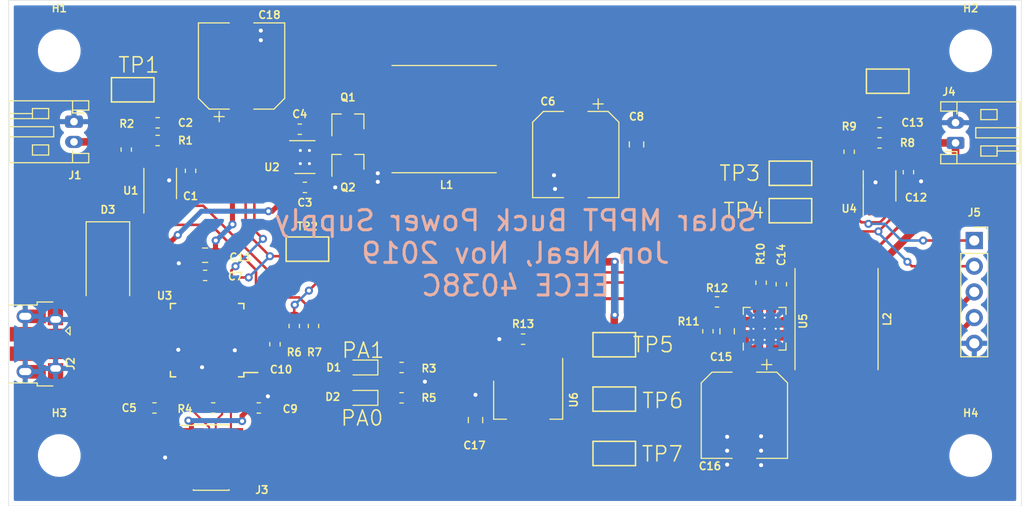
<source format=kicad_pcb>
(kicad_pcb (version 20190905) (host pcbnew "(5.99.0-250-gda2842661)")
  (layers (0 "F.Cu" signal) (31 "B.Cu" signal) (34 "B.Paste" user) (35 "F.Paste" user) (36 "B.SilkS" user) (37 "F.SilkS" user) (38 "B.Mask" user) (39 "F.Mask" user) (44 "Edge.Cuts" user))
  (net 0 "")
  (net 1 "GND")
  (net 2 "/3.3V")
  (net 3 "Net-(C2-Pad2)")
  (net 4 "/5V")
  (net 5 "Net-(C4-Pad2)")
  (net 6 "Net-(C4-Pad1)")
  (net 7 "Net-(C5-Pad2)")
  (net 8 "/VBat")
  (net 9 "Net-(D1-Pad2)")
  (net 10 "Net-(D1-Pad1)")
  (net 11 "Net-(D2-Pad2)")
  (net 12 "Net-(D2-Pad1)")
  (net 13 "/Vusb")
  (net 14 "Net-(J2-Pad4)")
  (net 15 "/D+")
  (net 16 "/D-")
  (net 17 "/~RESET")
  (net 18 "/SWCLK")
  (net 19 "/SWDIO")
  (net 20 "/SCL")
  (net 21 "/SDA")
  (net 22 "Net-(L2-Pad2)")
  (net 23 "Net-(Q1-Pad1)")
  (net 24 "Net-(Q2-Pad1)")
  (net 25 "Net-(R2-Pad1)")
  (net 26 "/FET_PWM")
  (net 27 "Net-(U1-Pad3)")
  (net 28 "/FET_ENABLE")
  (net 29 "Net-(U3-Pad3)")
  (net 30 "Net-(C13-Pad2)")
  (net 31 "Net-(J3-Pad8)")
  (net 32 "Net-(J3-Pad7)")
  (net 33 "Net-(J3-Pad6)")
  (net 34 "Net-(R9-Pad1)")
  (net 35 "Net-(R10-Pad2)")
  (net 36 "Net-(R11-Pad2)")
  (net 37 "Net-(R13-Pad1)")
  (net 38 "Net-(U3-Pad48)")
  (net 39 "Net-(U3-Pad47)")
  (net 40 "Net-(U3-Pad41)")
  (net 41 "Net-(U3-Pad39)")
  (net 42 "Net-(U3-Pad38)")
  (net 43 "Net-(U3-Pad37)")
  (net 44 "Net-(U3-Pad32)")
  (net 45 "Net-(U3-Pad31)")
  (net 46 "Net-(U3-Pad30)")
  (net 47 "Net-(U3-Pad29)")
  (net 48 "Net-(U3-Pad28)")
  (net 49 "Net-(U3-Pad27)")
  (net 50 "Net-(U3-Pad26)")
  (net 51 "Net-(U3-Pad25)")
  (net 52 "Net-(U3-Pad24)")
  (net 53 "Net-(U3-Pad23)")
  (net 54 "Net-(U3-Pad22)")
  (net 55 "Net-(U3-Pad21)")
  (net 56 "Net-(U3-Pad20)")
  (net 57 "Net-(U3-Pad19)")
  (net 58 "Net-(U3-Pad14)")
  (net 59 "Net-(U3-Pad13)")
  (net 60 "Net-(U3-Pad12)")
  (net 61 "Net-(U3-Pad11)")
  (net 62 "Net-(U3-Pad8)")
  (net 63 "Net-(U3-Pad7)")
  (net 64 "Net-(U3-Pad4)")
  (net 65 "Net-(U4-Pad3)")
  (net 66 "Net-(U5-Pad12)")
  (net 67 "Net-(U5-Pad2)")
  (net 68 "Net-(C18-Pad1)")
  (module "TestPoint:TestPoint_Keystone_5019_Minature" (layer "F.Cu") (at 156.8 68)
    (fp_text reference "TP8" hide)
    (fp_text value "Battery")
    (pad "1" smd rect (at 0 0) (size 3.8 2) (layers "F.Cu" "F.Paste" "F.Mask") (net 8 "/VBat"))
  )
  (module "Capacitor_SMD:CP_Elec_8x6.9" (layer "F.Cu") (at 93 66.5 90)
    (fp_text reference "C18" (at 5.05 2.75 180) (layer "F.SilkS") (effects (font (size 0.75 0.75))))
    (fp_text value "270uF,16V")
    (pad "2" smd roundrect (at 3.475 0 90) (size 4.15 1.9) (layers "F.Cu" "F.Paste" "F.Mask") (roundrect_rratio 0.131579) (net 1 "GND"))
    (pad "1" smd roundrect (at -3.475 0 90) (size 4.15 1.9) (layers "F.Cu" "F.Paste" "F.Mask") (roundrect_rratio 0.131579) (net 68 "Net-(C18-Pad1)"))
  )
  (module "MountingHole:MountingHole_3.2mm_M3" (layer "F.Cu") (at 165 105)
    (fp_text reference "H4" (at 0 -4.2) (layer "F.SilkS") (effects (font (size 0.75 0.75))))
    (fp_text value "MountingHole")
    (pad "1" np_thru_hole circle (at 0 0) (size 3.2 3.2) (drill 3.2) (layers *.Cu *.Mask))
  )
  (module "MountingHole:MountingHole_3.2mm_M3" (layer "F.Cu") (at 75 105)
    (fp_text reference "H3" (at 0 -4.2) (layer "F.SilkS") (effects (font (size 0.75 0.75))))
    (fp_text value "MountingHole")
    (pad "1" np_thru_hole circle (at 0 0) (size 3.2 3.2) (drill 3.2) (layers *.Cu *.Mask))
  )
  (module "MountingHole:MountingHole_3.2mm_M3" (layer "F.Cu") (at 165 65)
    (fp_text reference "H2" (at 0 -4.2) (layer "F.SilkS") (effects (font (size 0.75 0.75))))
    (fp_text value "MountingHole")
    (pad "1" np_thru_hole circle (at 0 0) (size 3.2 3.2) (drill 3.2) (layers *.Cu *.Mask))
  )
  (module "MountingHole:MountingHole_3.2mm_M3" (layer "F.Cu") (at 75 65)
    (fp_text reference "H1" (at 0 -4.2) (layer "F.SilkS") (effects (font (size 0.75 0.75))))
    (fp_text value "MountingHole")
    (pad "1" np_thru_hole circle (at 0 0) (size 3.2 3.2) (drill 3.2) (layers *.Cu *.Mask))
  )
  (module "Inductor_SMD:L_Taiyo-Yuden_NR-10050_9.8x10.0mm_HandSoldering" (layer "F.Cu") (at 113 71.75)
    (fp_text reference "L1" (at 0.25 6.5) (layer "F.SilkS") (effects (font (size 0.75 0.75))))
    (fp_text value "47uH")
    (pad "2" smd rect (at 4.7 0) (size 4 4.5) (layers "F.Cu" "F.Paste" "F.Mask") (net 30 "Net-(C13-Pad2)"))
    (pad "1" smd rect (at -4.7 0) (size 4 4.5) (layers "F.Cu" "F.Paste" "F.Mask") (net 6 "Net-(C4-Pad1)"))
  )
  (module "Package_TO_SOT_SMD:SOT-223" (layer "F.Cu") (at 121.3 99.5 -90)
    (fp_text reference "U6" (at 0 -4.5 90) (layer "F.SilkS") (effects (font (size 0.75 0.75))))
    (fp_text value "LT3080xST")
    (pad "1" smd rect (at -3.15 -2.3 270) (size 2 1.5) (layers "F.Cu" "F.Paste" "F.Mask") (net 37 "Net-(R13-Pad1)"))
    (pad "3" smd rect (at -3.15 2.3 270) (size 2 1.5) (layers "F.Cu" "F.Paste" "F.Mask") (net 4 "/5V"))
    (pad "2" smd rect (at -3.15 0 270) (size 2 1.5) (layers "F.Cu" "F.Paste" "F.Mask") (net 2 "/3.3V"))
    (pad "4" smd rect (at 3.15 0 270) (size 2 3.8) (layers "F.Cu" "F.Paste" "F.Mask") (net 2 "/3.3V"))
  )
  (module "Package_DFN_QFN:Texas_S-PVQFN-N16_EP2.7x2.7mm_ThermalVias" (layer "F.Cu") (at 144.65 92.47 90)
    (fp_text reference "U5" (at 0.75 3.8 90) (layer "F.SilkS") (effects (font (size 0.75 0.75))))
    (fp_text value "TPS61090")
    (pad "16" smd roundrect (at -0.975 -1.9625 90) (size 0.35 0.825) (layers "F.Cu" "F.Paste" "F.Mask") (net 4 "/5V"))
    (pad "15" smd roundrect (at -0.325 -1.9625 90) (size 0.35 0.825) (layers "F.Cu" "F.Paste" "F.Mask") (net 4 "/5V"))
    (pad "14" smd roundrect (at 0.325 -1.9625 90) (size 0.35 0.825) (layers "F.Cu" "F.Paste" "F.Mask") (net 36 "Net-(R11-Pad2)"))
    (pad "13" smd roundrect (at 0.975 -1.9625 90) (size 0.35 0.825) (layers "F.Cu" "F.Paste" "F.Mask") (net 1 "GND"))
    (pad "12" smd roundrect (at 1.9625 -0.975 90) (size 0.825 0.35) (layers "F.Cu" "F.Paste" "F.Mask") (net 66 "Net-(U5-Pad12)"))
    (pad "11" smd roundrect (at 1.9625 -0.325 90) (size 0.825 0.35) (layers "F.Cu" "F.Paste" "F.Mask") (net 35 "Net-(R10-Pad2)"))
    (pad "10" smd roundrect (at 1.9625 0.325 90) (size 0.825 0.35) (layers "F.Cu" "F.Paste" "F.Mask") (net 8 "/VBat"))
    (pad "9" smd roundrect (at 1.9625 0.975 90) (size 0.825 0.35) (layers "F.Cu" "F.Paste" "F.Mask") (net 1 "GND"))
    (pad "8" smd roundrect (at 0.975 1.9625 90) (size 0.35 0.825) (layers "F.Cu" "F.Paste" "F.Mask") (net 8 "/VBat"))
    (pad "7" smd roundrect (at 0.325 1.9625 90) (size 0.35 0.825) (layers "F.Cu" "F.Paste" "F.Mask") (net 1 "GND"))
    (pad "6" smd roundrect (at -0.325 1.9625 90) (size 0.35 0.825) (layers "F.Cu" "F.Paste" "F.Mask") (net 1 "GND"))
    (pad "5" smd roundrect (at -0.975 1.9625 90) (size 0.35 0.825) (layers "F.Cu" "F.Paste" "F.Mask") (net 1 "GND"))
    (pad "4" smd roundrect (at -1.9625 0.975 90) (size 0.825 0.35) (layers "F.Cu" "F.Paste" "F.Mask") (net 22 "Net-(L2-Pad2)"))
    (pad "3" smd roundrect (at -1.9625 0.325 90) (size 0.825 0.35) (layers "F.Cu" "F.Paste" "F.Mask") (net 22 "Net-(L2-Pad2)"))
    (pad "2" smd roundrect (at -1.9625 -0.325 90) (size 0.825 0.35) (layers "F.Cu" "F.Paste" "F.Mask") (net 67 "Net-(U5-Pad2)"))
    (pad "1" smd roundrect (at -1.9625 -0.975 90) (size 0.825 0.35) (layers "F.Cu" "F.Paste" "F.Mask") (net 4 "/5V"))
    (pad "17" smd roundrect (at 0 0 90) (size 2.7 2.7) (layers "B.Cu") (roundrect_rratio 0.09259299999999999) (net 1 "GND"))
    (pad "17" thru_hole circle (at 1.1 1.1 90) (size 0.5 0.5) (drill 0.2) (layers *.Cu) (net 1 "GND"))
    (pad "17" thru_hole circle (at 0 1.1 90) (size 0.5 0.5) (drill 0.2) (layers *.Cu) (net 1 "GND"))
    (pad "17" thru_hole circle (at -1.1 1.1 90) (size 0.5 0.5) (drill 0.2) (layers *.Cu) (net 1 "GND"))
    (pad "17" thru_hole circle (at 1.1 0 90) (size 0.5 0.5) (drill 0.2) (layers *.Cu) (net 1 "GND"))
    (pad "17" thru_hole circle (at 0 0 90) (size 0.5 0.5) (drill 0.2) (layers *.Cu) (net 1 "GND"))
    (pad "17" thru_hole circle (at -1.1 0 90) (size 0.5 0.5) (drill 0.2) (layers *.Cu) (net 1 "GND"))
    (pad "17" thru_hole circle (at 1.1 -1.1 90) (size 0.5 0.5) (drill 0.2) (layers *.Cu) (net 1 "GND"))
    (pad "17" thru_hole circle (at 0 -1.1 90) (size 0.5 0.5) (drill 0.2) (layers *.Cu) (net 1 "GND"))
    (pad "17" thru_hole circle (at -1.1 -1.1 90) (size 0.5 0.5) (drill 0.2) (layers *.Cu) (net 1 "GND"))
    (pad "17" smd roundrect (at 0 0 90) (size 2.7 2.7) (layers "F.Cu" "F.Mask") (roundrect_rratio 0.09259299999999999) (net 1 "GND"))
  )
  (module "Package_SO:VSSOP-10_3x3mm_P0.5mm" (layer "F.Cu") (at 156 78.35 90)
    (fp_text reference "U4" (at -2.25 -3 180) (layer "F.SilkS") (effects (font (size 0.75 0.75))))
    (fp_text value "INA233")
    (pad "1" smd roundrect (at -2.2 -1 90) (size 1.45 0.3) (layers "F.Cu" "F.Paste" "F.Mask") (net 1 "GND"))
    (pad "2" smd roundrect (at -2.2 -0.5 90) (size 1.45 0.3) (layers "F.Cu" "F.Paste" "F.Mask") (net 2 "/3.3V"))
    (pad "3" smd roundrect (at -2.2 0 90) (size 1.45 0.3) (layers "F.Cu" "F.Paste" "F.Mask") (net 65 "Net-(U4-Pad3)"))
    (pad "4" smd roundrect (at -2.2 0.5 90) (size 1.45 0.3) (layers "F.Cu" "F.Paste" "F.Mask") (net 21 "/SDA"))
    (pad "5" smd roundrect (at -2.2 1 90) (size 1.45 0.3) (layers "F.Cu" "F.Paste" "F.Mask") (net 20 "/SCL"))
    (pad "6" smd roundrect (at 2.2 1 90) (size 1.45 0.3) (layers "F.Cu" "F.Paste" "F.Mask") (net 2 "/3.3V"))
    (pad "7" smd roundrect (at 2.2 0.5 90) (size 1.45 0.3) (layers "F.Cu" "F.Paste" "F.Mask") (net 1 "GND"))
    (pad "8" smd roundrect (at 2.2 0 90) (size 1.45 0.3) (layers "F.Cu" "F.Paste" "F.Mask") (net 34 "Net-(R9-Pad1)"))
    (pad "9" smd roundrect (at 2.2 -0.5 90) (size 1.45 0.3) (layers "F.Cu" "F.Paste" "F.Mask") (net 8 "/VBat"))
    (pad "10" smd roundrect (at 2.2 -1 90) (size 1.45 0.3) (layers "F.Cu" "F.Paste" "F.Mask") (net 34 "Net-(R9-Pad1)"))
  )
  (module "Package_QFP:TQFP-48_7x7mm_P0.5mm" (layer "F.Cu") (at 89.6 93.6 180)
    (fp_text reference "U3" (at 4.2 4.4) (layer "F.SilkS") (effects (font (size 0.75 0.75))))
    (fp_text value "ATSAMD21G18A-AUT")
    (pad "48" smd rect (at -2.75 -4.35 270) (size 1.3 0.25) (layers "F.Cu" "F.Paste" "F.Mask") (net 38 "Net-(U3-Pad48)"))
    (pad "47" smd rect (at -2.25 -4.35 270) (size 1.3 0.25) (layers "F.Cu" "F.Paste" "F.Mask") (net 39 "Net-(U3-Pad47)"))
    (pad "46" smd rect (at -1.75 -4.35 270) (size 1.3 0.25) (layers "F.Cu" "F.Paste" "F.Mask") (net 19 "/SWDIO"))
    (pad "45" smd rect (at -1.25 -4.35 270) (size 1.3 0.25) (layers "F.Cu" "F.Paste" "F.Mask") (net 18 "/SWCLK"))
    (pad "44" smd rect (at -0.75 -4.35 270) (size 1.3 0.25) (layers "F.Cu" "F.Paste" "F.Mask") (net 2 "/3.3V"))
    (pad "43" smd rect (at -0.25 -4.35 270) (size 1.3 0.25) (layers "F.Cu" "F.Paste" "F.Mask") (net 7 "Net-(C5-Pad2)"))
    (pad "42" smd rect (at 0.25 -4.35 270) (size 1.3 0.25) (layers "F.Cu" "F.Paste" "F.Mask") (net 1 "GND"))
    (pad "41" smd rect (at 0.75 -4.35 270) (size 1.3 0.25) (layers "F.Cu" "F.Paste" "F.Mask") (net 40 "Net-(U3-Pad41)"))
    (pad "40" smd rect (at 1.25 -4.35 270) (size 1.3 0.25) (layers "F.Cu" "F.Paste" "F.Mask") (net 17 "/~RESET"))
    (pad "39" smd rect (at 1.75 -4.35 270) (size 1.3 0.25) (layers "F.Cu" "F.Paste" "F.Mask") (net 41 "Net-(U3-Pad39)"))
    (pad "38" smd rect (at 2.25 -4.35 270) (size 1.3 0.25) (layers "F.Cu" "F.Paste" "F.Mask") (net 42 "Net-(U3-Pad38)"))
    (pad "37" smd rect (at 2.75 -4.35 270) (size 1.3 0.25) (layers "F.Cu" "F.Paste" "F.Mask") (net 43 "Net-(U3-Pad37)"))
    (pad "36" smd rect (at 4.35 -2.75 180) (size 1.3 0.25) (layers "F.Cu" "F.Paste" "F.Mask") (net 2 "/3.3V"))
    (pad "35" smd rect (at 4.35 -2.25 180) (size 1.3 0.25) (layers "F.Cu" "F.Paste" "F.Mask") (net 1 "GND"))
    (pad "34" smd rect (at 4.35 -1.75 180) (size 1.3 0.25) (layers "F.Cu" "F.Paste" "F.Mask") (net 15 "/D+"))
    (pad "33" smd rect (at 4.35 -1.25 180) (size 1.3 0.25) (layers "F.Cu" "F.Paste" "F.Mask") (net 16 "/D-"))
    (pad "32" smd rect (at 4.35 -0.75 180) (size 1.3 0.25) (layers "F.Cu" "F.Paste" "F.Mask") (net 44 "Net-(U3-Pad32)"))
    (pad "31" smd rect (at 4.35 -0.25 180) (size 1.3 0.25) (layers "F.Cu" "F.Paste" "F.Mask") (net 45 "Net-(U3-Pad31)"))
    (pad "30" smd rect (at 4.35 0.25 180) (size 1.3 0.25) (layers "F.Cu" "F.Paste" "F.Mask") (net 46 "Net-(U3-Pad30)"))
    (pad "29" smd rect (at 4.35 0.75 180) (size 1.3 0.25) (layers "F.Cu" "F.Paste" "F.Mask") (net 47 "Net-(U3-Pad29)"))
    (pad "28" smd rect (at 4.35 1.25 180) (size 1.3 0.25) (layers "F.Cu" "F.Paste" "F.Mask") (net 48 "Net-(U3-Pad28)"))
    (pad "27" smd rect (at 4.35 1.75 180) (size 1.3 0.25) (layers "F.Cu" "F.Paste" "F.Mask") (net 49 "Net-(U3-Pad27)"))
    (pad "26" smd rect (at 4.35 2.25 180) (size 1.3 0.25) (layers "F.Cu" "F.Paste" "F.Mask") (net 50 "Net-(U3-Pad26)"))
    (pad "25" smd rect (at 4.35 2.75 180) (size 1.3 0.25) (layers "F.Cu" "F.Paste" "F.Mask") (net 51 "Net-(U3-Pad25)"))
    (pad "24" smd rect (at 2.75 4.35 270) (size 1.3 0.25) (layers "F.Cu" "F.Paste" "F.Mask") (net 52 "Net-(U3-Pad24)"))
    (pad "23" smd rect (at 2.25 4.35 270) (size 1.3 0.25) (layers "F.Cu" "F.Paste" "F.Mask") (net 53 "Net-(U3-Pad23)"))
    (pad "22" smd rect (at 1.75 4.35 270) (size 1.3 0.25) (layers "F.Cu" "F.Paste" "F.Mask") (net 54 "Net-(U3-Pad22)"))
    (pad "21" smd rect (at 1.25 4.35 270) (size 1.3 0.25) (layers "F.Cu" "F.Paste" "F.Mask") (net 55 "Net-(U3-Pad21)"))
    (pad "20" smd rect (at 0.75 4.35 270) (size 1.3 0.25) (layers "F.Cu" "F.Paste" "F.Mask") (net 56 "Net-(U3-Pad20)"))
    (pad "19" smd rect (at 0.25 4.35 270) (size 1.3 0.25) (layers "F.Cu" "F.Paste" "F.Mask") (net 57 "Net-(U3-Pad19)"))
    (pad "18" smd rect (at -0.25 4.35 270) (size 1.3 0.25) (layers "F.Cu" "F.Paste" "F.Mask") (net 1 "GND"))
    (pad "17" smd rect (at -0.75 4.35 270) (size 1.3 0.25) (layers "F.Cu" "F.Paste" "F.Mask") (net 2 "/3.3V"))
    (pad "16" smd rect (at -1.25 4.35 270) (size 1.3 0.25) (layers "F.Cu" "F.Paste" "F.Mask") (net 28 "/FET_ENABLE"))
    (pad "15" smd rect (at -1.75 4.35 270) (size 1.3 0.25) (layers "F.Cu" "F.Paste" "F.Mask") (net 26 "/FET_PWM"))
    (pad "14" smd rect (at -2.25 4.35 270) (size 1.3 0.25) (layers "F.Cu" "F.Paste" "F.Mask") (net 58 "Net-(U3-Pad14)"))
    (pad "13" smd rect (at -2.75 4.35 270) (size 1.3 0.25) (layers "F.Cu" "F.Paste" "F.Mask") (net 59 "Net-(U3-Pad13)"))
    (pad "12" smd rect (at -4.35 2.75 180) (size 1.3 0.25) (layers "F.Cu" "F.Paste" "F.Mask") (net 60 "Net-(U3-Pad12)"))
    (pad "11" smd rect (at -4.35 2.25 180) (size 1.3 0.25) (layers "F.Cu" "F.Paste" "F.Mask") (net 61 "Net-(U3-Pad11)"))
    (pad "10" smd rect (at -4.35 1.75 180) (size 1.3 0.25) (layers "F.Cu" "F.Paste" "F.Mask") (net 20 "/SCL"))
    (pad "9" smd rect (at -4.35 1.25 180) (size 1.3 0.25) (layers "F.Cu" "F.Paste" "F.Mask") (net 21 "/SDA"))
    (pad "8" smd rect (at -4.35 0.75 180) (size 1.3 0.25) (layers "F.Cu" "F.Paste" "F.Mask") (net 62 "Net-(U3-Pad8)"))
    (pad "7" smd rect (at -4.35 0.25 180) (size 1.3 0.25) (layers "F.Cu" "F.Paste" "F.Mask") (net 63 "Net-(U3-Pad7)"))
    (pad "6" smd rect (at -4.35 -0.25 180) (size 1.3 0.25) (layers "F.Cu" "F.Paste" "F.Mask") (net 2 "/3.3V"))
    (pad "5" smd rect (at -4.35 -0.75 180) (size 1.3 0.25) (layers "F.Cu" "F.Paste" "F.Mask") (net 1 "GND"))
    (pad "4" smd rect (at -4.35 -1.25 180) (size 1.3 0.25) (layers "F.Cu" "F.Paste" "F.Mask") (net 64 "Net-(U3-Pad4)"))
    (pad "3" smd rect (at -4.35 -1.75 180) (size 1.3 0.25) (layers "F.Cu" "F.Paste" "F.Mask") (net 29 "Net-(U3-Pad3)"))
    (pad "2" smd rect (at -4.35 -2.25 180) (size 1.3 0.25) (layers "F.Cu" "F.Paste" "F.Mask") (net 9 "Net-(D1-Pad2)"))
    (pad "1" smd rect (at -4.35 -2.75 180) (size 1.3 0.25) (layers "F.Cu" "F.Paste" "F.Mask") (net 11 "Net-(D2-Pad2)"))
  )
  (module "Package_SON:WSON-8-1EP_3x3mm_P0.5mm_EP1.6x2.0mm" (layer "F.Cu") (at 99.25 75.5)
    (fp_text reference "U2" (at -3.25 1) (layer "F.SilkS") (effects (font (size 0.75 0.75))))
    (fp_text value "PX3519")
    (pad "6" smd rect (at 1.4 0.25) (size 0.6 0.25) (layers "F.Cu" "F.Paste" "F.Mask") (net 1 "GND"))
    (pad "5" smd rect (at 1.4 0.75) (size 0.6 0.25) (layers "F.Cu" "F.Paste" "F.Mask") (net 24 "Net-(Q2-Pad1)"))
    (pad "4" smd rect (at -1.4 0.75) (size 0.6 0.25) (layers "F.Cu" "F.Paste" "F.Mask") (net 4 "/5V"))
    (pad "2" smd rect (at -1.4 -0.25) (size 0.6 0.25) (layers "F.Cu" "F.Paste" "F.Mask") (net 26 "/FET_PWM"))
    (pad "1" smd rect (at -1.4 -0.75) (size 0.6 0.25) (layers "F.Cu" "F.Paste" "F.Mask") (net 5 "Net-(C4-Pad2)"))
    (pad "9" smd rect (at 0 0) (size 1.6 2) (layers "F.Cu" "F.Mask") (net 1 "GND"))
    (pad "8" smd rect (at 1.4 -0.75) (size 0.6 0.25) (layers "F.Cu" "F.Paste" "F.Mask") (net 23 "Net-(Q1-Pad1)"))
    (pad "7" smd rect (at 1.4 -0.25) (size 0.6 0.25) (layers "F.Cu" "F.Paste" "F.Mask") (net 6 "Net-(C4-Pad1)"))
    (pad "3" smd rect (at -1.4 0.25) (size 0.6 0.25) (layers "F.Cu" "F.Paste" "F.Mask") (net 28 "/FET_ENABLE"))
  )
  (module "Package_SO:VSSOP-10_3x3mm_P0.5mm" (layer "F.Cu") (at 84.9625 78.1125 90)
    (fp_text reference "U1" (at -0.7 -2.9 180) (layer "F.SilkS") (effects (font (size 0.75 0.75))))
    (fp_text value "INA233")
    (pad "1" smd roundrect (at -2.2 -1 90) (size 1.45 0.3) (layers "F.Cu" "F.Paste" "F.Mask") (net 1 "GND"))
    (pad "2" smd roundrect (at -2.2 -0.5 90) (size 1.45 0.3) (layers "F.Cu" "F.Paste" "F.Mask") (net 1 "GND"))
    (pad "3" smd roundrect (at -2.2 0 90) (size 1.45 0.3) (layers "F.Cu" "F.Paste" "F.Mask") (net 27 "Net-(U1-Pad3)"))
    (pad "4" smd roundrect (at -2.2 0.5 90) (size 1.45 0.3) (layers "F.Cu" "F.Paste" "F.Mask") (net 21 "/SDA"))
    (pad "5" smd roundrect (at -2.2 1 90) (size 1.45 0.3) (layers "F.Cu" "F.Paste" "F.Mask") (net 20 "/SCL"))
    (pad "6" smd roundrect (at 2.2 1 90) (size 1.45 0.3) (layers "F.Cu" "F.Paste" "F.Mask") (net 2 "/3.3V"))
    (pad "7" smd roundrect (at 2.2 0.5 90) (size 1.45 0.3) (layers "F.Cu" "F.Paste" "F.Mask") (net 1 "GND"))
    (pad "8" smd roundrect (at 2.2 0 90) (size 1.45 0.3) (layers "F.Cu" "F.Paste" "F.Mask") (net 25 "Net-(R2-Pad1)"))
    (pad "9" smd roundrect (at 2.2 -0.5 90) (size 1.45 0.3) (layers "F.Cu" "F.Paste" "F.Mask") (net 68 "Net-(C18-Pad1)"))
    (pad "10" smd roundrect (at 2.2 -1 90) (size 1.45 0.3) (layers "F.Cu" "F.Paste" "F.Mask") (net 25 "Net-(R2-Pad1)"))
  )
  (module "TestPoint:TestPoint_Keystone_5019_Minature" (layer "F.Cu") (at 129.8 104.8)
    (fp_text reference "TP7" (at 4.75 0.05) (layer "F.SilkS") (effects (font (size 1.5 1.5))))
    (fp_text value "GND")
    (pad "1" smd rect (at 0 0) (size 3.8 2) (layers "F.Cu" "F.Paste" "F.Mask") (net 1 "GND"))
  )
  (module "TestPoint:TestPoint_Keystone_5019_Minature" (layer "F.Cu") (at 129.8 99.425)
    (fp_text reference "TP6" (at 4.8 0.15) (layer "F.SilkS") (effects (font (size 1.5 1.5))))
    (fp_text value "3.3V")
    (pad "1" smd rect (at 0 0) (size 3.8 2) (layers "F.Cu" "F.Paste" "F.Mask") (net 2 "/3.3V"))
  )
  (module "TestPoint:TestPoint_Keystone_5019_Minature" (layer "F.Cu") (at 129.8 94.05)
    (fp_text reference "TP5" (at 3.85 0) (layer "F.SilkS") (effects (font (size 1.5 1.5))))
    (fp_text value "5V")
    (pad "1" smd rect (at 0 0) (size 3.8 2) (layers "F.Cu" "F.Paste" "F.Mask") (net 4 "/5V"))
  )
  (module "TestPoint:TestPoint_Keystone_5019_Minature" (layer "F.Cu") (at 147.2 80.8)
    (fp_text reference "TP4" (at -4.6 0) (layer "F.SilkS") (effects (font (size 1.5 1.5))))
    (fp_text value "SCL")
    (pad "1" smd rect (at 0 0) (size 3.8 2) (layers "F.Cu" "F.Paste" "F.Mask") (net 20 "/SCL"))
  )
  (module "TestPoint:TestPoint_Keystone_5019_Minature" (layer "F.Cu") (at 147.2 77.1)
    (fp_text reference "TP3" (at -5 0) (layer "F.SilkS") (effects (font (size 1.5 1.5))))
    (fp_text value "SDA")
    (pad "1" smd rect (at 0 0) (size 3.8 2) (layers "F.Cu" "F.Paste" "F.Mask") (net 21 "/SDA"))
  )
  (module "TestPoint:TestPoint_Keystone_5019_Minature" (layer "F.Cu") (at 99.5 84.6)
    (fp_text reference "TP2" (at 0 -2.25) (layer "F.SilkS") (effects (font (size 0.75 0.75))))
    (fp_text value "PWM")
    (pad "1" smd rect (at 0 0) (size 3.8 2) (layers "F.Cu" "F.Paste" "F.Mask") (net 26 "/FET_PWM"))
  )
  (module "TestPoint:TestPoint_Keystone_5019_Minature" (layer "F.Cu") (at 82.25 68.85)
    (fp_text reference "TP1" (at 0.6 -2.45) (layer "F.SilkS") (effects (font (size 1.5 1.5))))
    (fp_text value "Solar")
    (pad "1" smd rect (at 0 0) (size 3.8 2) (layers "F.Cu" "F.Paste" "F.Mask") (net 3 "Net-(C2-Pad2)"))
  )
  (module "Resistor_SMD:R_0603_1608Metric_Pad1.05x0.95mm_HandSolder" (layer "F.Cu") (at 120.8 93.5 180)
    (fp_text reference "R13" (at 0 1.5) (layer "F.SilkS") (effects (font (size 0.75 0.75))))
    (fp_text value "330k")
    (pad "2" smd roundrect (at 0.875 0 180) (size 1.05 0.95) (layers "F.Cu" "F.Paste" "F.Mask") (net 1 "GND"))
    (pad "1" smd roundrect (at -0.875 0 180) (size 1.05 0.95) (layers "F.Cu" "F.Paste" "F.Mask") (net 37 "Net-(R13-Pad1)"))
  )
  (module "Resistor_SMD:R_0603_1608Metric_Pad1.05x0.95mm_HandSolder" (layer "F.Cu") (at 139.95 89.82)
    (fp_text reference "R12" (at 0 -1.37) (layer "F.SilkS") (effects (font (size 0.75 0.75))))
    (fp_text value "200k")
    (pad "2" smd roundrect (at 0.875 0) (size 1.05 0.95) (layers "F.Cu" "F.Paste" "F.Mask") (net 1 "GND"))
    (pad "1" smd roundrect (at -0.875 0) (size 1.05 0.95) (layers "F.Cu" "F.Paste" "F.Mask") (net 36 "Net-(R11-Pad2)"))
  )
  (module "Resistor_SMD:R_0603_1608Metric_Pad1.05x0.95mm_HandSolder" (layer "F.Cu") (at 139.05 92.72 90)
    (fp_text reference "R11" (at 0.97 -1.9 180) (layer "F.SilkS") (effects (font (size 0.75 0.75))))
    (fp_text value "1.87M")
    (pad "2" smd roundrect (at 0.875 0 90) (size 1.05 0.95) (layers "F.Cu" "F.Paste" "F.Mask") (net 36 "Net-(R11-Pad2)"))
    (pad "1" smd roundrect (at -0.875 0 90) (size 1.05 0.95) (layers "F.Cu" "F.Paste" "F.Mask") (net 4 "/5V"))
  )
  (module "Resistor_SMD:R_0603_1608Metric_Pad1.05x0.95mm_HandSolder" (layer "F.Cu") (at 144.3 87.92 -90)
    (fp_text reference "R10" (at -2.85 0.05 90) (layer "F.SilkS") (effects (font (size 0.75 0.75))))
    (fp_text value "200k")
    (pad "2" smd roundrect (at 0.875 0 270) (size 1.05 0.95) (layers "F.Cu" "F.Paste" "F.Mask") (net 35 "Net-(R10-Pad2)"))
    (pad "1" smd roundrect (at -0.875 0 270) (size 1.05 0.95) (layers "F.Cu" "F.Paste" "F.Mask") (net 8 "/VBat"))
  )
  (module "Resistor_SMD:R_0603_1608Metric_Pad1.05x0.95mm_HandSolder" (layer "F.Cu") (at 153 74.975 90)
    (fp_text reference "R9" (at 2.5 0 180) (layer "F.SilkS") (effects (font (size 0.75 0.75))))
    (fp_text value "2")
    (pad "2" smd roundrect (at 0.875 0 90) (size 1.05 0.95) (layers "F.Cu" "F.Paste" "F.Mask") (net 30 "Net-(C13-Pad2)"))
    (pad "1" smd roundrect (at -0.875 0 90) (size 1.05 0.95) (layers "F.Cu" "F.Paste" "F.Mask") (net 34 "Net-(R9-Pad1)"))
  )
  (module "Resistor_SMD:R_0603_1608Metric_Pad1.05x0.95mm_HandSolder" (layer "F.Cu") (at 156 74.1 180)
    (fp_text reference "R8" (at -2.75 0) (layer "F.SilkS") (effects (font (size 0.75 0.75))))
    (fp_text value "0.01")
    (pad "2" smd roundrect (at 0.875 0 180) (size 1.05 0.95) (layers "F.Cu" "F.Paste" "F.Mask") (net 30 "Net-(C13-Pad2)"))
    (pad "1" smd roundrect (at -0.875 0 180) (size 1.05 0.95) (layers "F.Cu" "F.Paste" "F.Mask") (net 8 "/VBat"))
  )
  (module "Resistor_SMD:R_0603_1608Metric_Pad1.05x0.95mm_HandSolder" (layer "F.Cu") (at 100.1 92.2 90)
    (fp_text reference "R7" (at -2.6 0.1 180) (layer "F.SilkS") (effects (font (size 0.75 0.75))))
    (fp_text value "4.7k")
    (pad "2" smd roundrect (at 0.875 0 90) (size 1.05 0.95) (layers "F.Cu" "F.Paste" "F.Mask") (net 20 "/SCL"))
    (pad "1" smd roundrect (at -0.875 0 90) (size 1.05 0.95) (layers "F.Cu" "F.Paste" "F.Mask") (net 2 "/3.3V"))
  )
  (module "Resistor_SMD:R_0603_1608Metric_Pad1.05x0.95mm_HandSolder" (layer "F.Cu") (at 98.2 92.2 90)
    (fp_text reference "R6" (at -2.6 0 180) (layer "F.SilkS") (effects (font (size 0.75 0.75))))
    (fp_text value "4.7k")
    (pad "2" smd roundrect (at 0.875 0 90) (size 1.05 0.95) (layers "F.Cu" "F.Paste" "F.Mask") (net 21 "/SDA"))
    (pad "1" smd roundrect (at -0.875 0 90) (size 1.05 0.95) (layers "F.Cu" "F.Paste" "F.Mask") (net 2 "/3.3V"))
  )
  (module "Resistor_SMD:R_0603_1608Metric_Pad1.05x0.95mm_HandSolder" (layer "F.Cu") (at 108.8 99.3 180)
    (fp_text reference "R5" (at -2.7 0) (layer "F.SilkS") (effects (font (size 0.75 0.75))))
    (fp_text value "1.5k")
    (pad "2" smd roundrect (at 0.875 0 180) (size 1.05 0.95) (layers "F.Cu" "F.Paste" "F.Mask") (net 12 "Net-(D2-Pad1)"))
    (pad "1" smd roundrect (at -0.875 0 180) (size 1.05 0.95) (layers "F.Cu" "F.Paste" "F.Mask") (net 1 "GND"))
  )
  (module "Resistor_SMD:R_0603_1608Metric_Pad1.05x0.95mm_HandSolder" (layer "F.Cu") (at 90.2 100.3)
    (fp_text reference "R4" (at -2.8 0.1) (layer "F.SilkS") (effects (font (size 0.75 0.75))))
    (fp_text value "1k")
    (pad "2" smd roundrect (at 0.875 0) (size 1.05 0.95) (layers "F.Cu" "F.Paste" "F.Mask") (net 18 "/SWCLK"))
    (pad "1" smd roundrect (at -0.875 0) (size 1.05 0.95) (layers "F.Cu" "F.Paste" "F.Mask") (net 2 "/3.3V"))
  )
  (module "Resistor_SMD:R_0603_1608Metric_Pad1.05x0.95mm_HandSolder" (layer "F.Cu") (at 108.8 96.3 180)
    (fp_text reference "R3" (at -2.7 -0.1) (layer "F.SilkS") (effects (font (size 0.75 0.75))))
    (fp_text value "1.5k")
    (pad "2" smd roundrect (at 0.875 0 180) (size 1.05 0.95) (layers "F.Cu" "F.Paste" "F.Mask") (net 10 "Net-(D1-Pad1)"))
    (pad "1" smd roundrect (at -0.875 0 180) (size 1.05 0.95) (layers "F.Cu" "F.Paste" "F.Mask") (net 1 "GND"))
  )
  (module "Resistor_SMD:R_0603_1608Metric_Pad1.05x0.95mm_HandSolder" (layer "F.Cu") (at 81.6125 74.7625 90)
    (fp_text reference "R2" (at 2.55 0.05 180) (layer "F.SilkS") (effects (font (size 0.75 0.75))))
    (fp_text value "2")
    (pad "2" smd roundrect (at 0.875 0 90) (size 1.05 0.95) (layers "F.Cu" "F.Paste" "F.Mask") (net 3 "Net-(C2-Pad2)"))
    (pad "1" smd roundrect (at -0.875 0 90) (size 1.05 0.95) (layers "F.Cu" "F.Paste" "F.Mask") (net 25 "Net-(R2-Pad1)"))
  )
  (module "Resistor_SMD:R_0603_1608Metric_Pad1.05x0.95mm_HandSolder" (layer "F.Cu") (at 84.7125 73.8625 180)
    (fp_text reference "R1" (at -2.75 0) (layer "F.SilkS") (effects (font (size 0.75 0.75))))
    (fp_text value "0.01")
    (pad "2" smd roundrect (at 0.875 0 180) (size 1.05 0.95) (layers "F.Cu" "F.Paste" "F.Mask") (net 3 "Net-(C2-Pad2)"))
    (pad "1" smd roundrect (at -0.875 0 180) (size 1.05 0.95) (layers "F.Cu" "F.Paste" "F.Mask") (net 68 "Net-(C18-Pad1)"))
  )
  (module "Package_TO_SOT_SMD:SOT-23" (layer "F.Cu") (at 103.5 76 90)
    (fp_text reference "Q2" (at -2.5 0 180) (layer "F.SilkS") (effects (font (size 0.75 0.75))))
    (fp_text value "Q_NMOS_GSD")
    (pad "3" smd rect (at 1 0 90) (size 0.9 0.8) (layers "F.Cu" "F.Paste" "F.Mask") (net 6 "Net-(C4-Pad1)"))
    (pad "2" smd rect (at -1 0.95 90) (size 0.9 0.8) (layers "F.Cu" "F.Paste" "F.Mask") (net 1 "GND"))
    (pad "1" smd rect (at -1 -0.95 90) (size 0.9 0.8) (layers "F.Cu" "F.Paste" "F.Mask") (net 24 "Net-(Q2-Pad1)"))
  )
  (module "Package_TO_SOT_SMD:SOT-23" (layer "F.Cu") (at 103.5 72 90)
    (fp_text reference "Q1" (at 2.4 0 180) (layer "F.SilkS") (effects (font (size 0.75 0.75))))
    (fp_text value "Q_NMOS_GSD")
    (pad "3" smd rect (at 1 0 90) (size 0.9 0.8) (layers "F.Cu" "F.Paste" "F.Mask") (net 68 "Net-(C18-Pad1)"))
    (pad "2" smd rect (at -1 0.95 90) (size 0.9 0.8) (layers "F.Cu" "F.Paste" "F.Mask") (net 6 "Net-(C4-Pad1)"))
    (pad "1" smd rect (at -1 -0.95 90) (size 0.9 0.8) (layers "F.Cu" "F.Paste" "F.Mask") (net 23 "Net-(Q1-Pad1)"))
  )
  (module "Inductor_SMD:L_Taiyo-Yuden_NR-80xx_HandSoldering" (layer "F.Cu") (at 151.75 91.52 -90)
    (fp_text reference "L2" (at 0 -5 90) (layer "F.SilkS") (effects (font (size 0.75 0.75))))
    (fp_text value "10uH")
    (pad "2" smd rect (at 3.45 0 270) (size 3.1 7.7) (layers "F.Cu" "F.Paste" "F.Mask") (net 22 "Net-(L2-Pad2)"))
    (pad "1" smd rect (at -3.45 0 270) (size 3.1 7.7) (layers "F.Cu" "F.Paste" "F.Mask") (net 8 "/VBat"))
  )
  (module "Connector_PinSocket_2.54mm:PinSocket_1x05_P2.54mm_Vertical" (layer "F.Cu") (at 165.35 83.75)
    (fp_text reference "J5" (at 0 -2.77) (layer "F.SilkS") (effects (font (size 0.75 0.75))))
    (fp_text value "Curiosity Board")
    (pad "5" thru_hole oval (at 0 10.16) (size 1.7 1.7) (drill 1) (layers *.Cu *.Mask) (net 1 "GND"))
    (pad "4" thru_hole oval (at 0 7.62) (size 1.7 1.7) (drill 1) (layers *.Cu *.Mask) (net 2 "/3.3V"))
    (pad "3" thru_hole oval (at 0 5.08) (size 1.7 1.7) (drill 1) (layers *.Cu *.Mask) (net 4 "/5V"))
    (pad "2" thru_hole oval (at 0 2.54) (size 1.7 1.7) (drill 1) (layers *.Cu *.Mask) (net 20 "/SCL"))
    (pad "1" thru_hole rect (at 0 0) (size 1.7 1.7) (drill 1) (layers *.Cu *.Mask) (net 21 "/SDA"))
  )
  (module "Connector_JST:JST_PH_S2B-PH-K_1x02_P2.00mm_Horizontal" (layer "F.Cu") (at 163.5 74.1 90)
    (fp_text reference "J4" (at 5.05 -0.65 180) (layer "F.SilkS") (effects (font (size 0.75 0.75))))
    (fp_text value "Battery")
    (pad "2" thru_hole oval (at 2 0 90) (size 1.2 1.75) (drill 0.75) (layers *.Cu *.Mask) (net 1 "GND"))
    (pad "1" thru_hole roundrect (at 0 0 90) (size 1.2 1.75) (drill 0.75) (layers *.Cu *.Mask) (roundrect_rratio 0.208333) (net 8 "/VBat"))
  )
  (module "Connector_PinHeader_1.27mm:PinHeader_2x05_P1.27mm_Vertical_SMD" (layer "F.Cu") (at 90 105.2)
    (fp_text reference "J3" (at 5 3.2) (layer "F.SilkS") (effects (font (size 0.75 0.75))))
    (fp_text value "Conn_ARM_JTAG_SWD_10")
    (pad "10" smd rect (at 1.95 2.54) (size 2.4 0.74) (layers "F.Cu" "F.Paste" "F.Mask") (net 17 "/~RESET"))
    (pad "9" smd rect (at -1.95 2.54) (size 2.4 0.74) (layers "F.Cu" "F.Paste" "F.Mask") (net 1 "GND"))
    (pad "8" smd rect (at 1.95 1.27) (size 2.4 0.74) (layers "F.Cu" "F.Paste" "F.Mask") (net 31 "Net-(J3-Pad8)"))
    (pad "7" smd rect (at -1.95 1.27) (size 2.4 0.74) (layers "F.Cu" "F.Paste" "F.Mask") (net 32 "Net-(J3-Pad7)"))
    (pad "6" smd rect (at 1.95 0) (size 2.4 0.74) (layers "F.Cu" "F.Paste" "F.Mask") (net 33 "Net-(J3-Pad6)"))
    (pad "5" smd rect (at -1.95 0) (size 2.4 0.74) (layers "F.Cu" "F.Paste" "F.Mask") (net 1 "GND"))
    (pad "4" smd rect (at 1.95 -1.27) (size 2.4 0.74) (layers "F.Cu" "F.Paste" "F.Mask") (net 18 "/SWCLK"))
    (pad "3" smd rect (at -1.95 -1.27) (size 2.4 0.74) (layers "F.Cu" "F.Paste" "F.Mask") (net 1 "GND"))
    (pad "2" smd rect (at 1.95 -2.54) (size 2.4 0.74) (layers "F.Cu" "F.Paste" "F.Mask") (net 19 "/SWDIO"))
    (pad "1" smd rect (at -1.95 -2.54) (size 2.4 0.74) (layers "F.Cu" "F.Paste" "F.Mask") (net 2 "/3.3V"))
  )
  (module "Connector_USB:USB_Micro-B_Amphenol_10103594-0001LF_Horizontal" (layer "F.Cu") (at 72.75 94 -90)
    (fp_text reference "J2" (at 1.925 -3.365 90) (layer "F.SilkS") (effects (font (size 0.75 0.75))))
    (fp_text value "USB_B_Micro")
    (pad "6" smd rect (at 0.935 1.385) (size 2.5 1.43) (layers "F.Cu" "F.Paste" "F.Mask") (net 1 "GND"))
    (pad "6" smd rect (at -0.985 1.385) (size 2.5 1.43) (layers "F.Cu" "F.Paste" "F.Mask") (net 1 "GND"))
    (pad "6" thru_hole oval (at 2.705 1.115) (size 1.7 1.35) (drill oval 1.2 0.7) (layers *.Cu *.Mask) (net 1 "GND"))
    (pad "6" thru_hole oval (at -2.755 1.115) (size 1.7 1.35) (drill oval 1.2 0.7) (layers *.Cu *.Mask) (net 1 "GND"))
    (pad "6" thru_hole oval (at 2.395 -1.885) (size 1.5 1.1) (drill oval 1.05 0.65) (layers *.Cu *.Mask) (net 1 "GND"))
    (pad "6" thru_hole oval (at -2.445 -1.885) (size 1.5 1.1) (drill oval 1.05 0.65) (layers *.Cu *.Mask) (net 1 "GND"))
    (pad "5" smd rect (at 1.275 -1.765) (size 1.65 0.4) (layers "F.Cu" "F.Paste" "F.Mask") (net 1 "GND"))
    (pad "4" smd rect (at 0.625 -1.765) (size 1.65 0.4) (layers "F.Cu" "F.Paste" "F.Mask") (net 14 "Net-(J2-Pad4)"))
    (pad "3" smd rect (at -0.025 -1.765) (size 1.65 0.4) (layers "F.Cu" "F.Paste" "F.Mask") (net 15 "/D+"))
    (pad "2" smd rect (at -0.675 -1.765) (size 1.65 0.4) (layers "F.Cu" "F.Paste" "F.Mask") (net 16 "/D-"))
    (pad "1" smd rect (at -1.325 -1.765) (size 1.65 0.4) (layers "F.Cu" "F.Paste" "F.Mask") (net 13 "/Vusb"))
    (pad "6" smd rect (at 2.875 -1.885 270) (size 2 1.5) (layers "F.Cu" "F.Paste" "F.Mask") (net 1 "GND"))
    (pad "6" smd rect (at -2.875 -1.865 270) (size 2 1.5) (layers "F.Cu" "F.Paste" "F.Mask") (net 1 "GND"))
    (pad "6" smd rect (at 2.975 -0.565 270) (size 1.825 0.7) (layers "F.Cu" "F.Paste" "F.Mask") (net 1 "GND"))
    (pad "6" smd rect (at -2.975 -0.565 270) (size 1.825 0.7) (layers "F.Cu" "F.Paste" "F.Mask") (net 1 "GND"))
    (pad "6" smd rect (at -2.755 0.185 270) (size 1.35 2) (layers "F.Cu" "F.Paste" "F.Mask") (net 1 "GND"))
    (pad "6" smd rect (at 2.725 0.185 270) (size 1.35 2) (layers "F.Cu" "F.Paste" "F.Mask") (net 1 "GND"))
  )
  (module "Connector_JST:JST_PH_S2B-PH-K_1x02_P2.00mm_Horizontal" (layer "F.Cu") (at 76.45 72 -90)
    (fp_text reference "J1" (at 5.3 -0.1 180) (layer "F.SilkS") (effects (font (size 0.75 0.75))))
    (fp_text value "Solar Input")
    (pad "2" thru_hole oval (at 2 0 270) (size 1.2 1.75) (drill 0.75) (layers *.Cu *.Mask) (net 3 "Net-(C2-Pad2)"))
    (pad "1" thru_hole roundrect (at 0 0 270) (size 1.2 1.75) (drill 0.75) (layers *.Cu *.Mask) (roundrect_rratio 0.208333) (net 1 "GND"))
  )
  (module "Diode_SMD:D_SMB_Handsoldering" (layer "F.Cu") (at 79.8 86.5 -90)
    (fp_text reference "D3" (at -5.8 0 -180) (layer "F.SilkS") (effects (font (size 0.75 0.75))))
    (fp_text value "ORing Diode")
    (pad "2" smd rect (at 2.7 0 270) (size 3.5 2.3) (layers "F.Cu" "F.Paste" "F.Mask") (net 13 "/Vusb"))
    (pad "1" smd rect (at -2.7 0 270) (size 3.5 2.3) (layers "F.Cu" "F.Paste" "F.Mask") (net 4 "/5V"))
  )
  (module "LED_SMD:LED_0603_1608Metric_Pad1.05x0.95mm_HandSolder" (layer "F.Cu") (at 104.8 99.3 180)
    (fp_text reference "D2" (at 2.8 0.1) (layer "F.SilkS") (effects (font (size 0.75 0.75))))
    (fp_text value "GREEN_LED")
    (pad "2" smd roundrect (at 0.875 0 180) (size 1.05 0.95) (layers "F.Cu" "F.Paste" "F.Mask") (net 11 "Net-(D2-Pad2)"))
    (pad "1" smd roundrect (at -0.875 0 180) (size 1.05 0.95) (layers "F.Cu" "F.Paste" "F.Mask") (net 12 "Net-(D2-Pad1)"))
  )
  (module "LED_SMD:LED_0603_1608Metric_Pad1.05x0.95mm_HandSolder" (layer "F.Cu") (at 104.8 96.3 180)
    (fp_text reference "D1" (at 2.7 0) (layer "F.SilkS") (effects (font (size 0.75 0.75))))
    (fp_text value "YELLOW_LED")
    (pad "2" smd roundrect (at 0.875 0 180) (size 1.05 0.95) (layers "F.Cu" "F.Paste" "F.Mask") (net 9 "Net-(D1-Pad2)"))
    (pad "1" smd roundrect (at -0.875 0 180) (size 1.05 0.95) (layers "F.Cu" "F.Paste" "F.Mask") (net 10 "Net-(D1-Pad1)"))
  )
  (module "Capacitor_SMD:C_0805_2012Metric_Pad1.15x1.40mm_HandSolder" (layer "F.Cu") (at 116.1 101.5 90)
    (fp_text reference "C17" (at -2.5 -0.1 180) (layer "F.SilkS") (effects (font (size 0.75 0.75))))
    (fp_text value "10uF")
    (pad "2" smd roundrect (at 1.025 0 90) (size 1.15 1.4) (layers "F.Cu" "F.Paste" "F.Mask") (roundrect_rratio 0.217391) (net 1 "GND"))
    (pad "1" smd roundrect (at -1.025 0 90) (size 1.15 1.4) (layers "F.Cu" "F.Paste" "F.Mask") (roundrect_rratio 0.217391) (net 2 "/3.3V"))
  )
  (module "Capacitor_SMD:CP_Elec_8x6.9" (layer "F.Cu") (at 142.65 101.02 -90)
    (fp_text reference "C16" (at 5.03 3.4 180) (layer "F.SilkS") (effects (font (size 0.75 0.75))))
    (fp_text value "270uF,16V")
    (pad "2" smd roundrect (at 3.475 0 270) (size 4.15 1.9) (layers "F.Cu" "F.Paste" "F.Mask") (roundrect_rratio 0.131579) (net 1 "GND"))
    (pad "1" smd roundrect (at -3.475 0 270) (size 4.15 1.9) (layers "F.Cu" "F.Paste" "F.Mask") (roundrect_rratio 0.131579) (net 4 "/5V"))
  )
  (module "Capacitor_SMD:C_0805_2012Metric_Pad1.15x1.40mm_HandSolder" (layer "F.Cu") (at 140.95 92.72 90)
    (fp_text reference "C15" (at -2.53 -0.6 180) (layer "F.SilkS") (effects (font (size 0.75 0.75))))
    (fp_text value "10uF")
    (pad "2" smd roundrect (at 1.025 0 90) (size 1.15 1.4) (layers "F.Cu" "F.Paste" "F.Mask") (roundrect_rratio 0.217391) (net 1 "GND"))
    (pad "1" smd roundrect (at -1.025 0 90) (size 1.15 1.4) (layers "F.Cu" "F.Paste" "F.Mask") (roundrect_rratio 0.217391) (net 4 "/5V"))
  )
  (module "Capacitor_SMD:C_0603_1608Metric_Pad1.05x0.95mm_HandSolder" (layer "F.Cu") (at 146.3 88.07 -90)
    (fp_text reference "C14" (at -2.9 0 90) (layer "F.SilkS") (effects (font (size 0.75 0.75))))
    (fp_text value "0.1uF")
    (pad "2" smd roundrect (at 0.875 0 270) (size 1.05 0.95) (layers "F.Cu" "F.Paste" "F.Mask") (net 1 "GND"))
    (pad "1" smd roundrect (at -0.875 0 270) (size 1.05 0.95) (layers "F.Cu" "F.Paste" "F.Mask") (net 8 "/VBat"))
  )
  (module "Capacitor_SMD:C_0603_1608Metric_Pad1.05x0.95mm_HandSolder" (layer "F.Cu") (at 156 72.1 180)
    (fp_text reference "C13" (at -3.25 0) (layer "F.SilkS") (effects (font (size 0.75 0.75))))
    (fp_text value "0.1uF")
    (pad "2" smd roundrect (at 0.875 0 180) (size 1.05 0.95) (layers "F.Cu" "F.Paste" "F.Mask") (net 30 "Net-(C13-Pad2)"))
    (pad "1" smd roundrect (at -0.875 0 180) (size 1.05 0.95) (layers "F.Cu" "F.Paste" "F.Mask") (net 8 "/VBat"))
  )
  (module "Capacitor_SMD:C_0603_1608Metric_Pad1.05x0.95mm_HandSolder" (layer "F.Cu") (at 158.85 77 -90)
    (fp_text reference "C12" (at 2.5 -0.75 180) (layer "F.SilkS") (effects (font (size 0.75 0.75))))
    (fp_text value "0.1uF")
    (pad "2" smd roundrect (at 0.875 0 270) (size 1.05 0.95) (layers "F.Cu" "F.Paste" "F.Mask") (net 1 "GND"))
    (pad "1" smd roundrect (at -0.875 0 270) (size 1.05 0.95) (layers "F.Cu" "F.Paste" "F.Mask") (net 2 "/3.3V"))
  )
  (module "Capacitor_SMD:C_0805_2012Metric_Pad1.15x1.40mm_HandSolder" (layer "F.Cu") (at 89.4 85.2 180)
    (fp_text reference "C11" (at -3.5 -0.2) (layer "F.SilkS") (effects (font (size 0.75 0.75))))
    (fp_text value "10uF")
    (pad "2" smd roundrect (at 1.025 0 180) (size 1.15 1.4) (layers "F.Cu" "F.Paste" "F.Mask") (roundrect_rratio 0.217391) (net 1 "GND"))
    (pad "1" smd roundrect (at -1.025 0 180) (size 1.15 1.4) (layers "F.Cu" "F.Paste" "F.Mask") (roundrect_rratio 0.217391) (net 2 "/3.3V"))
  )
  (module "Capacitor_SMD:C_0603_1608Metric_Pad1.05x0.95mm_HandSolder" (layer "F.Cu") (at 96.3 94 90)
    (fp_text reference "C10" (at -2.5 0.6 180) (layer "F.SilkS") (effects (font (size 0.75 0.75))))
    (fp_text value "0.1uF")
    (pad "2" smd roundrect (at 0.875 0 90) (size 1.05 0.95) (layers "F.Cu" "F.Paste" "F.Mask") (net 2 "/3.3V"))
    (pad "1" smd roundrect (at -0.875 0 90) (size 1.05 0.95) (layers "F.Cu" "F.Paste" "F.Mask") (net 1 "GND"))
  )
  (module "Capacitor_SMD:C_0603_1608Metric_Pad1.05x0.95mm_HandSolder" (layer "F.Cu") (at 94.7 100.3 180)
    (fp_text reference "C9" (at -3.1 -0.1) (layer "F.SilkS") (effects (font (size 0.75 0.75))))
    (fp_text value "0.1uF")
    (pad "2" smd roundrect (at 0.875 0 180) (size 1.05 0.95) (layers "F.Cu" "F.Paste" "F.Mask") (net 2 "/3.3V"))
    (pad "1" smd roundrect (at -0.875 0 180) (size 1.05 0.95) (layers "F.Cu" "F.Paste" "F.Mask") (net 1 "GND"))
  )
  (module "Capacitor_SMD:C_0805_2012Metric_Pad1.15x1.40mm_HandSolder" (layer "F.Cu") (at 132 74.25 -90)
    (fp_text reference "C8" (at -2.75 0 180) (layer "F.SilkS") (effects (font (size 0.75 0.75))))
    (fp_text value "10uF,16V")
    (pad "2" smd roundrect (at 1.025 0 270) (size 1.15 1.4) (layers "F.Cu" "F.Paste" "F.Mask") (roundrect_rratio 0.217391) (net 1 "GND"))
    (pad "1" smd roundrect (at -1.025 0 270) (size 1.15 1.4) (layers "F.Cu" "F.Paste" "F.Mask") (roundrect_rratio 0.217391) (net 30 "Net-(C13-Pad2)"))
  )
  (module "Capacitor_SMD:C_0603_1608Metric_Pad1.05x0.95mm_HandSolder" (layer "F.Cu") (at 89.4 87.2)
    (fp_text reference "C7" (at 3 0.1) (layer "F.SilkS") (effects (font (size 0.75 0.75))))
    (fp_text value "0.1uF")
    (pad "2" smd roundrect (at 0.875 0) (size 1.05 0.95) (layers "F.Cu" "F.Paste" "F.Mask") (net 2 "/3.3V"))
    (pad "1" smd roundrect (at -0.875 0) (size 1.05 0.95) (layers "F.Cu" "F.Paste" "F.Mask") (net 1 "GND"))
  )
  (module "Capacitor_SMD:CP_Elec_8x6.9" (layer "F.Cu") (at 126 75.25 -90)
    (fp_text reference "C6" (at -5.25 2.75 180) (layer "F.SilkS") (effects (font (size 0.75 0.75))))
    (fp_text value "270uF,16V")
    (pad "2" smd roundrect (at 3.475 0 270) (size 4.15 1.9) (layers "F.Cu" "F.Paste" "F.Mask") (roundrect_rratio 0.131579) (net 1 "GND"))
    (pad "1" smd roundrect (at -3.475 0 270) (size 4.15 1.9) (layers "F.Cu" "F.Paste" "F.Mask") (roundrect_rratio 0.131579) (net 30 "Net-(C13-Pad2)"))
  )
  (module "Capacitor_SMD:C_0603_1608Metric_Pad1.05x0.95mm_HandSolder" (layer "F.Cu") (at 84.4 100.3)
    (fp_text reference "C5" (at -2.5 0) (layer "F.SilkS") (effects (font (size 0.75 0.75))))
    (fp_text value "1uF")
    (pad "2" smd roundrect (at 0.875 0) (size 1.05 0.95) (layers "F.Cu" "F.Paste" "F.Mask") (net 7 "Net-(C5-Pad2)"))
    (pad "1" smd roundrect (at -0.875 0) (size 1.05 0.95) (layers "F.Cu" "F.Paste" "F.Mask") (net 1 "GND"))
  )
  (module "Capacitor_SMD:C_0603_1608Metric_Pad1.05x0.95mm_HandSolder" (layer "F.Cu") (at 98.75 72.75 180)
    (fp_text reference "C4" (at 0 1.5) (layer "F.SilkS") (effects (font (size 0.75 0.75))))
    (fp_text value "1nF")
    (pad "2" smd roundrect (at 0.875 0 180) (size 1.05 0.95) (layers "F.Cu" "F.Paste" "F.Mask") (net 5 "Net-(C4-Pad2)"))
    (pad "1" smd roundrect (at -0.875 0 180) (size 1.05 0.95) (layers "F.Cu" "F.Paste" "F.Mask") (net 6 "Net-(C4-Pad1)"))
  )
  (module "Capacitor_SMD:C_0603_1608Metric_Pad1.05x0.95mm_HandSolder" (layer "F.Cu") (at 99.25 78.5)
    (fp_text reference "C3" (at 0 1.5) (layer "F.SilkS") (effects (font (size 0.75 0.75))))
    (fp_text value "0.1uF")
    (pad "2" smd roundrect (at 0.875 0) (size 1.05 0.95) (layers "F.Cu" "F.Paste" "F.Mask") (net 1 "GND"))
    (pad "1" smd roundrect (at -0.875 0) (size 1.05 0.95) (layers "F.Cu" "F.Paste" "F.Mask") (net 4 "/5V"))
  )
  (module "Capacitor_SMD:C_0603_1608Metric_Pad1.05x0.95mm_HandSolder" (layer "F.Cu") (at 84.7125 72.1125 180)
    (fp_text reference "C2" (at -2.75 0) (layer "F.SilkS") (effects (font (size 0.75 0.75))))
    (fp_text value "0.1uF")
    (pad "2" smd roundrect (at 0.875 0 180) (size 1.05 0.95) (layers "F.Cu" "F.Paste" "F.Mask") (net 3 "Net-(C2-Pad2)"))
    (pad "1" smd roundrect (at -0.875 0 180) (size 1.05 0.95) (layers "F.Cu" "F.Paste" "F.Mask") (net 68 "Net-(C18-Pad1)"))
  )
  (module "Capacitor_SMD:C_0603_1608Metric_Pad1.05x0.95mm_HandSolder" (layer "F.Cu") (at 87.9625 76.8625 -90)
    (fp_text reference "C1" (at 2.5 0 180) (layer "F.SilkS") (effects (font (size 0.75 0.75))))
    (fp_text value "0.1uF")
    (pad "2" smd roundrect (at 0.875 0 270) (size 1.05 0.95) (layers "F.Cu" "F.Paste" "F.Mask") (net 1 "GND"))
    (pad "1" smd roundrect (at -0.875 0 270) (size 1.05 0.95) (layers "F.Cu" "F.Paste" "F.Mask") (net 2 "/3.3V"))
  )
  (gr_text "Solar MPPT Buck Power Supply\nJon Neal, Nov 2019\nEECE 4038C" (at 120.05 85) (layer "B.SilkS") (effects (font (size 2 2) (thickness 0.3)) (justify mirror)))
  (gr_text "PA0" (at 104.9 101.3) (layer "F.SilkS") (effects (font (size 1.5 1.5))))
  (gr_text "PA1" (at 105 94.6) (layer "F.SilkS") (effects (font (size 1.5 1.5))))
  (gr_line (start 170 60) (end 70 60) (layer "Edge.Cuts") (width 0.05))
  (gr_line (start 170 110) (end 170 60) (layer "Edge.Cuts") (width 0.05))
  (gr_line (start 70 110) (end 170 110) (layer "Edge.Cuts") (width 0.05))
  (gr_line (start 70 60) (end 70 110) (layer "Edge.Cuts") (width 0.05))
  (segment (start 155.771766 78) (end 156.5 77.271766) (width 0.3) (layer "F.Cu") (net 1))
  (segment (start 155.025002 77.274998) (end 155.825002 77.274998) (width 0.25) (layer "F.Cu") (net 34))
  (segment (start 155.6 78) (end 155.771766 78) (width 0.3) (layer "F.Cu") (net 1))
  (segment (start 155 77.3) (end 155.025002 77.274998) (width 0.25) (layer "F.Cu") (net 34))
  (segment (start 156.5 76.875) (end 156.5 76.15) (width 0.3) (layer "F.Cu") (net 1))
  (segment (start 156.5 77.271766) (end 156.5 76.875) (width 0.3) (layer "F.Cu") (net 1))
  (segment (start 155.825002 77.274998) (end 156 77.1) (width 0.25) (layer "F.Cu") (net 34))
  (segment (start 156 77.1) (end 156 76.875) (width 0.25) (layer "F.Cu") (net 34))
  (segment (start 156 76.875) (end 156 76.15) (width 0.25) (layer "F.Cu") (net 34))
  (segment (start 156.672757 74.1) (end 155.5 75.272757) (width 0.2) (layer "F.Cu") (net 8))
  (segment (start 155.5 75.425) (end 155.5 76.15) (width 0.2) (layer "F.Cu") (net 8))
  (segment (start 156.875 74.1) (end 156.672757 74.1) (width 0.2) (layer "F.Cu") (net 8))
  (segment (start 155.5 75.272757) (end 155.5 75.425) (width 0.2) (layer "F.Cu") (net 8))
  (segment (start 84.8875 76.9625) (end 84.9625 76.8875) (width 0.25) (layer "F.Cu") (net 25))
  (segment (start 83.9125 76.9625) (end 84.8875 76.9625) (width 0.25) (layer "F.Cu") (net 25))
  (segment (start 84.9625 76.6375) (end 84.9625 75.9125) (width 0.25) (layer "F.Cu") (net 25))
  (segment (start 84.9625 76.8875) (end 84.9625 76.6375) (width 0.25) (layer "F.Cu") (net 25))
  (segment (start 94.425002 86.651998) (end 89.973004 82.2) (width 0.25) (layer "F.Cu") (net 21))
  (segment (start 92.6 90.6) (end 94.425002 88.774998) (width 0.25) (layer "F.Cu") (net 21))
  (segment (start 94.425002 88.774998) (end 94.425002 86.651998) (width 0.25) (layer "F.Cu") (net 21))
  (segment (start 92.6 91.9) (end 92.6 90.6) (width 0.25) (layer "F.Cu") (net 21))
  (segment (start 93.95 92.35) (end 93.05 92.35) (width 0.25) (layer "F.Cu") (net 21))
  (segment (start 93.05 92.35) (end 92.6 91.9) (width 0.25) (layer "F.Cu") (net 21))
  (segment (start 89.973004 82.2) (end 86.25 82.2) (width 0.25) (layer "F.Cu") (net 21))
  (segment (start 86.25 82.2) (end 85.4625 81.4125) (width 0.25) (layer "F.Cu") (net 21))
  (segment (start 85.4625 81.4125) (end 85.4625 81.0375) (width 0.25) (layer "F.Cu") (net 21))
  (segment (start 85.4625 81.0375) (end 85.4625 80.3125) (width 0.25) (layer "F.Cu") (net 21))
  (segment (start 139.35 84.7) (end 134.55 89.5) (width 0.3) (layer "F.Cu") (net 2))
  (segment (start 155.55 84.7) (end 139.35 84.7) (width 0.3) (layer "F.Cu") (net 2))
  (segment (start 157 77.710004) (end 158.02499 78.734994) (width 0.3) (layer "F.Cu") (net 2))
  (segment (start 134.55 89.5) (end 119.9 89.5) (width 0.3) (layer "F.Cu") (net 2))
  (segment (start 119.9 89.5) (end 116.9 92.5) (width 0.3) (layer "F.Cu") (net 2))
  (segment (start 158.02499 82.22501) (end 155.55 84.7) (width 0.3) (layer "F.Cu") (net 2))
  (segment (start 158.02499 78.734994) (end 158.02499 82.22501) (width 0.3) (layer "F.Cu") (net 2))
  (segment (start 116.9 92.5) (end 116.9 93.410002) (width 0.3) (layer "F.Cu") (net 2))
  (segment (start 116.9 93.410002) (end 118.139998 94.65) (width 0.3) (layer "F.Cu") (net 2))
  (segment (start 129.85 91.1) (end 129.85 85.85) (width 0.75) (layer "B.Cu") (net 4))
  (segment (start 129.8 91.15) (end 129.85 91.1) (width 0.75) (layer "F.Cu") (net 4))
  (via (at 129.85 91.1) (size 0.8) (drill 0.4) (layers "F.Cu" "B.Cu") (net 4))
  (segment (start 129.8 94.05) (end 129.8 91.15) (width 0.75) (layer "F.Cu") (net 4))
  (segment (start 104 87.9) (end 134 87.9) (width 0.25) (layer "F.Cu") (net 20))
  (segment (start 107.3 85.9) (end 107.284315 85.9) (width 0.5) (layer "F.Cu") (net 4))
  (segment (start 107.85 85.9) (end 107.3 85.9) (width 0.5) (layer "F.Cu") (net 4))
  (segment (start 129.85 85.85) (end 107.35 85.85) (width 0.75) (layer "F.Cu") (net 4))
  (segment (start 107.35 85.85) (end 107.3 85.9) (width 0.75) (layer "F.Cu") (net 4))
  (via (at 129.85 85.85) (size 0.8) (drill 0.4) (layers "F.Cu" "B.Cu") (net 4))
  (segment (start 74.515 92.675) (end 75.74 92.675) (width 0.4) (layer "F.Cu") (net 13))
  (segment (start 75.74 92.675) (end 75.815 92.6) (width 0.4) (layer "F.Cu") (net 13))
  (segment (start 75.815 92.6) (end 76.2 92.6) (width 0.4) (layer "F.Cu") (net 13))
  (segment (start 79.4 92.6) (end 76.2 92.6) (width 0.75) (layer "F.Cu") (net 13))
  (segment (start 79.8 89.8) (end 79.8 92.2) (width 0.75) (layer "F.Cu") (net 13))
  (segment (start 79.8 92.2) (end 79.4 92.6) (width 0.75) (layer "F.Cu") (net 13))
  (segment (start 79.8 89.2) (end 79.8 89.8) (width 0.75) (layer "F.Cu") (net 13))
  (segment (start 163.5 74.1) (end 163.5 78.62) (width 0.75) (layer "F.Cu") (net 8))
  (segment (start 163.5 78.62) (end 154.05 88.07) (width 0.75) (layer "F.Cu") (net 8))
  (segment (start 154.05 88.07) (end 151.75 88.07) (width 0.75) (layer "F.Cu") (net 8))
  (segment (start 140.95 91.695) (end 141.15 91.495) (width 0.3) (layer "F.Cu") (net 1))
  (segment (start 141.15 91.495) (end 142.6875 91.495) (width 0.3) (layer "F.Cu") (net 1))
  (segment (start 140.825 89.82) (end 140.825 91.57) (width 0.3) (layer "F.Cu") (net 1))
  (segment (start 140.825 91.57) (end 140.95 91.695) (width 0.3) (layer "F.Cu") (net 1))
  (segment (start 83.8375 73.8625) (end 83.8375 72.1125) (width 0.4) (layer "F.Cu") (net 3))
  (segment (start 83.41251 76.96251) (end 83.9125 76.9625) (width 0.25) (layer "F.Cu") (net 25))
  (segment (start 83.9625 75.9125) (end 83.9625 76.9125) (width 0.25) (layer "F.Cu") (net 25))
  (segment (start 83.9625 76.9125) (end 83.9125 76.9625) (width 0.25) (layer "F.Cu") (net 25))
  (segment (start 81.6125 75.6375) (end 82.0875 75.6375) (width 0.25) (layer "F.Cu") (net 25))
  (segment (start 82.0875 75.6375) (end 83.41251 76.96251) (width 0.25) (layer "F.Cu") (net 25))
  (segment (start 84.4625 75.9125) (end 84.4625 74.9875) (width 0.3) (layer "F.Cu") (net 68))
  (segment (start 84.4625 74.9875) (end 85.5875 73.8625) (width 0.3) (layer "F.Cu") (net 68))
  (segment (start 81.6125 73.8875) (end 83.8125 73.8875) (width 0.5) (layer "F.Cu") (net 3))
  (segment (start 83.8125 73.8875) (end 83.8375 73.8625) (width 0.5) (layer "F.Cu") (net 3))
  (segment (start 81.5875 73.8625) (end 81.6125 73.8875) (width 0.5) (layer "F.Cu") (net 3))
  (segment (start 101.3 76.25) (end 102.05 77) (width 0.25) (layer "F.Cu") (net 24))
  (segment (start 100.65 76.25) (end 101.3 76.25) (width 0.25) (layer "F.Cu") (net 24))
  (segment (start 102.05 77) (end 102.55 77) (width 0.25) (layer "F.Cu") (net 24))
  (segment (start 100.65 74.75) (end 101.2 74.75) (width 0.25) (layer "F.Cu") (net 23))
  (segment (start 101.2 74.75) (end 102.55 73.4) (width 0.25) (layer "F.Cu") (net 23))
  (segment (start 102.55 73.4) (end 102.55 73) (width 0.25) (layer "F.Cu") (net 23))
  (segment (start 102.5 75.25) (end 102.75 75) (width 0.25) (layer "F.Cu") (net 6))
  (segment (start 102.75 75) (end 103.5 75) (width 0.25) (layer "F.Cu") (net 6))
  (segment (start 100.65 75.25) (end 102.5 75.25) (width 0.25) (layer "F.Cu") (net 6))
  (segment (start 99.9 72) (end 104.15 72) (width 0.25) (layer "F.Cu") (net 6))
  (segment (start 104.15 72) (end 104.45 72.3) (width 0.25) (layer "F.Cu") (net 6))
  (segment (start 104.45 72.3) (end 104.45 73) (width 0.25) (layer "F.Cu") (net 6))
  (segment (start 99.625 72.75) (end 99.625 72.275) (width 0.25) (layer "F.Cu") (net 6))
  (segment (start 99.625 72.275) (end 99.9 72) (width 0.25) (layer "F.Cu") (net 6))
  (segment (start 97.85 74.75) (end 97.85 72.775) (width 0.25) (layer "F.Cu") (net 5))
  (segment (start 97.85 72.775) (end 97.875 72.75) (width 0.25) (layer "F.Cu") (net 5))
  (segment (start 156.875 74.1) (end 156.875 72.1) (width 0.5) (layer "F.Cu") (net 8))
  (segment (start 155.125 74.1) (end 155.125 72.1) (width 0.5) (layer "F.Cu") (net 30))
  (segment (start 153 75.85) (end 153 77.3) (width 0.25) (layer "F.Cu") (net 34))
  (segment (start 155 77.3) (end 155 76.15) (width 0.2) (layer "F.Cu") (net 34))
  (segment (start 153 77.3) (end 155 77.3) (width 0.25) (layer "F.Cu") (net 34))
  (segment (start 158.825 76.15) (end 158.85 76.125) (width 0.3) (layer "F.Cu") (net 2))
  (segment (start 157 76.15) (end 158.825 76.15) (width 0.3) (layer "F.Cu") (net 2))
  (segment (start 87.8875 75.9125) (end 87.9625 75.9875) (width 0.3) (layer "F.Cu") (net 2))
  (segment (start 85.9625 75.9125) (end 87.8875 75.9125) (width 0.3) (layer "F.Cu") (net 2))
  (segment (start 81.5 74) (end 81.6125 73.8875) (width 0.75) (layer "F.Cu") (net 3))
  (segment (start 76.45 74) (end 81.5 74) (width 0.75) (layer "F.Cu") (net 3))
  (segment (start 97.85 77.5) (end 97.85 76.325001) (width 0.5) (layer "F.Cu") (net 4))
  (segment (start 98.375 78.5) (end 98.375 78.025) (width 0.5) (layer "F.Cu") (net 4))
  (segment (start 98.375 78.025) (end 97.85 77.5) (width 0.5) (layer "F.Cu") (net 4))
  (segment (start 153 73.575) (end 153 74.1) (width 0.75) (layer "F.Cu") (net 30))
  (segment (start 152.65 73.225) (end 153 73.575) (width 0.75) (layer "F.Cu") (net 30))
  (segment (start 132 73.225) (end 152.65 73.225) (width 0.75) (layer "F.Cu") (net 30))
  (segment (start 156.875 74.1) (end 163.5 74.1) (width 0.75) (layer "F.Cu") (net 8))
  (segment (start 153 74.1) (end 155.125 74.1) (width 0.75) (layer "F.Cu") (net 30))
  (segment (start 90.449999 103.829999) (end 90.449999 101.550001) (width 0.2) (layer "F.Cu") (net 18))
  (segment (start 91.95 103.93) (end 90.55 103.93) (width 0.2) (layer "F.Cu") (net 18))
  (segment (start 90.55 103.93) (end 90.449999 103.829999) (width 0.2) (layer "F.Cu") (net 18))
  (segment (start 91.075 100.925) (end 91.075 100.3) (width 0.2) (layer "F.Cu") (net 18))
  (segment (start 90.449999 101.550001) (end 91.075 100.925) (width 0.2) (layer "F.Cu") (net 18))
  (segment (start 89.8 106.99) (end 89.8 102.2) (width 0.2) (layer "F.Cu") (net 17))
  (segment (start 91.95 107.74) (end 90.55 107.74) (width 0.2) (layer "F.Cu") (net 17))
  (segment (start 90.55 107.74) (end 89.8 106.99) (width 0.2) (layer "F.Cu") (net 17))
  (segment (start 88.35 100.75) (end 88.35 97.95) (width 0.2) (layer "F.Cu") (net 17))
  (segment (start 89.8 102.2) (end 88.35 100.75) (width 0.2) (layer "F.Cu") (net 17))
  (segment (start 90.85 98.8) (end 90.85 97.95) (width 0.2) (layer "F.Cu") (net 18))
  (segment (start 90.85 99.6) (end 90.85 98.8) (width 0.2) (layer "F.Cu") (net 18))
  (segment (start 91.075 99.825) (end 90.85 99.6) (width 0.2) (layer "F.Cu") (net 18))
  (segment (start 91.075 100.3) (end 91.075 99.825) (width 0.2) (layer "F.Cu") (net 18))
  (segment (start 91.35 98.8) (end 91.35 97.95) (width 0.2) (layer "F.Cu") (net 19))
  (segment (start 91.95 99.4) (end 91.35 98.8) (width 0.2) (layer "F.Cu") (net 19))
  (segment (start 91.95 102.66) (end 91.95 99.4) (width 0.2) (layer "F.Cu") (net 19))
  (segment (start 74.515 93.325) (end 75.752501 93.325) (width 0.2) (layer "F.Cu") (net 16))
  (segment (start 75.752501 93.325) (end 75.852501 93.425) (width 0.2) (layer "F.Cu") (net 16))
  (segment (start 74.515 93.975) (end 75.752501 93.975) (width 0.2) (layer "F.Cu") (net 15))
  (segment (start 75.752501 93.975) (end 75.852501 93.875) (width 0.2) (layer "F.Cu") (net 15))
  (segment (start 75.852501 93.425) (end 81.9432 93.425) (width 0.2) (layer "F.Cu") (net 16))
  (segment (start 75.852501 93.875) (end 81.7568 93.875) (width 0.2) (layer "F.Cu") (net 15))
  (segment (start 84.249999 94.875) (end 84.274999 94.85) (width 0.2) (layer "F.Cu") (net 16))
  (segment (start 81.7568 93.875) (end 83.2068 95.325) (width 0.2) (layer "F.Cu") (net 15))
  (segment (start 84.249999 95.325) (end 84.274999 95.35) (width 0.2) (layer "F.Cu") (net 15))
  (segment (start 84.274999 94.85) (end 85.25 94.85) (width 0.2) (layer "F.Cu") (net 16))
  (segment (start 83.2068 95.325) (end 84.249999 95.325) (width 0.2) (layer "F.Cu") (net 15))
  (segment (start 84.274999 95.35) (end 85.25 95.35) (width 0.2) (layer "F.Cu") (net 15))
  (segment (start 81.9432 93.425) (end 83.3932 94.875) (width 0.2) (layer "F.Cu") (net 16))
  (segment (start 83.3932 94.875) (end 84.249999 94.875) (width 0.2) (layer "F.Cu") (net 16))
  (segment (start 90.35 97) (end 90.35 97.95) (width 0.3) (layer "F.Cu") (net 2))
  (segment (start 90.400001 96.949999) (end 90.35 97) (width 0.3) (layer "F.Cu") (net 2))
  (segment (start 92.755001 96.949999) (end 90.400001 96.949999) (width 0.3) (layer "F.Cu") (net 2))
  (segment (start 93.825 98.019998) (end 92.755001 96.949999) (width 0.3) (layer "F.Cu") (net 2))
  (segment (start 93.825 100.3) (end 93.825 98.019998) (width 0.3) (layer "F.Cu") (net 2))
  (segment (start 89.35 96.525075) (end 89.09999 96.275065) (width 0.3) (layer "F.Cu") (net 1))
  (segment (start 89.35 97.95) (end 89.35 96.525075) (width 0.3) (layer "F.Cu") (net 1))
  (via (at 89.09999 96.275065) (size 0.8) (drill 0.4) (layers "F.Cu" "B.Cu") (net 1))
  (segment (start 95.575 93.85) (end 96.3 93.125) (width 0.3) (layer "F.Cu") (net 2))
  (segment (start 93.95 93.85) (end 95.575 93.85) (width 0.3) (layer "F.Cu") (net 2))
  (segment (start 95.775 94.35) (end 96.3 94.875) (width 0.3) (layer "F.Cu") (net 1))
  (segment (start 93.95 94.35) (end 95.775 94.35) (width 0.3) (layer "F.Cu") (net 1))
  (segment (start 93.95 95.85) (end 100.75 95.85) (width 0.25) (layer "F.Cu") (net 9))
  (segment (start 101.2 96.3) (end 103.925 96.3) (width 0.25) (layer "F.Cu") (net 9))
  (segment (start 100.75 95.85) (end 101.2 96.3) (width 0.25) (layer "F.Cu") (net 9))
  (segment (start 93.95 96.35) (end 98.05 96.35) (width 0.25) (layer "F.Cu") (net 11))
  (segment (start 101 99.3) (end 103.925 99.3) (width 0.25) (layer "F.Cu") (net 11))
  (segment (start 98.05 96.35) (end 101 99.3) (width 0.25) (layer "F.Cu") (net 11))
  (segment (start 105.675 96.3) (end 107.925 96.3) (width 0.25) (layer "F.Cu") (net 10))
  (segment (start 105.675 99.3) (end 107.925 99.3) (width 0.25) (layer "F.Cu") (net 12))
  (via (at 111.1 97.7) (size 0.8) (drill 0.4) (layers "F.Cu" "B.Cu") (net 1))
  (segment (start 109.675 96.3) (end 109.7 96.3) (width 0.25) (layer "F.Cu") (net 1))
  (segment (start 109.7 96.3) (end 111.1 97.7) (width 0.25) (layer "F.Cu") (net 1))
  (segment (start 109.675 99.125) (end 111.1 97.7) (width 0.25) (layer "F.Cu") (net 1))
  (segment (start 109.675 99.3) (end 109.675 99.125) (width 0.25) (layer "F.Cu") (net 1))
  (segment (start 90.425 87.05) (end 90.275 87.2) (width 0.5) (layer "F.Cu") (net 2))
  (segment (start 90.425 85.2) (end 90.425 87.05) (width 0.5) (layer "F.Cu") (net 2))
  (segment (start 88.375 87.05) (end 88.525 87.2) (width 0.5) (layer "F.Cu") (net 1))
  (segment (start 88.375 85.2) (end 88.375 87.05) (width 0.5) (layer "F.Cu") (net 1))
  (segment (start 90.35 87.275) (end 90.275 87.2) (width 0.3) (layer "F.Cu") (net 2))
  (segment (start 90.35 89.25) (end 90.35 87.275) (width 0.3) (layer "F.Cu") (net 2))
  (segment (start 88.75 87.2) (end 88.525 87.2) (width 0.3) (layer "F.Cu") (net 1))
  (segment (start 89.85 88.3) (end 88.75 87.2) (width 0.3) (layer "F.Cu") (net 1))
  (segment (start 89.85 89.25) (end 89.85 88.3) (width 0.3) (layer "F.Cu") (net 1))
  (segment (start 97.725 91.325) (end 98.2 91.325) (width 0.25) (layer "F.Cu") (net 21))
  (segment (start 96.782214 91.325) (end 97.725 91.325) (width 0.25) (layer "F.Cu") (net 21))
  (segment (start 95.757214 92.35) (end 96.782214 91.325) (width 0.25) (layer "F.Cu") (net 21))
  (segment (start 93.95 92.35) (end 95.757214 92.35) (width 0.25) (layer "F.Cu") (net 21))
  (segment (start 94.85 91.85) (end 96.5 90.2) (width 0.25) (layer "F.Cu") (net 20))
  (segment (start 93.95 91.85) (end 94.85 91.85) (width 0.25) (layer "F.Cu") (net 20))
  (segment (start 98.15 93.125) (end 98.2 93.075) (width 0.3) (layer "F.Cu") (net 2))
  (segment (start 96.3 93.125) (end 98.15 93.125) (width 0.3) (layer "F.Cu") (net 2))
  (segment (start 98.2 93.075) (end 100.1 93.075) (width 0.3) (layer "F.Cu") (net 2))
  (segment (start 89.2125 80.3125) (end 85.9625 80.3125) (width 0.25) (layer "F.Cu") (net 20))
  (segment (start 96.5 90.2) (end 96.5 87.6) (width 0.25) (layer "F.Cu") (net 20))
  (segment (start 96.5 87.6) (end 89.2125 80.3125) (width 0.25) (layer "F.Cu") (net 20))
  (via (at 92.4 86.3) (size 0.8) (drill 0.4) (layers "F.Cu" "B.Cu") (net 28))
  (segment (start 91.399999 88.339999) (end 92.339998 87.4) (width 0.25) (layer "F.Cu") (net 26))
  (segment (start 90.85 88.253587) (end 92.000001 87.103586) (width 0.25) (layer "F.Cu") (net 28))
  (segment (start 90.85 89.25) (end 90.85 88.253587) (width 0.25) (layer "F.Cu") (net 28))
  (segment (start 92.000001 86.699999) (end 92.4 86.3) (width 0.25) (layer "F.Cu") (net 28))
  (segment (start 92.339998 87.4) (end 93.7 87.4) (width 0.25) (layer "F.Cu") (net 26))
  (segment (start 91.35 89.25) (end 91.399999 89.25) (width 0.25) (layer "F.Cu") (net 26))
  (via (at 93.7 87.4) (size 0.8) (drill 0.4) (layers "F.Cu" "B.Cu") (net 26))
  (segment (start 92.000001 87.103586) (end 92.000001 86.699999) (width 0.25) (layer "F.Cu") (net 28))
  (segment (start 91.399999 89.25) (end 91.399999 88.339999) (width 0.25) (layer "F.Cu") (net 26))
  (via (at 95.8 85.3) (size 0.8) (drill 0.4) (layers "F.Cu" "B.Cu") (net 26))
  (segment (start 93.7 87.4) (end 95.8 85.3) (width 0.25) (layer "B.Cu") (net 26))
  (segment (start 94.262661 78.787339) (end 94.262661 82.737341) (width 0.25) (layer "F.Cu") (net 28))
  (segment (start 94.262661 82.737341) (end 94.712661 83.187341) (width 0.25) (layer "F.Cu") (net 28))
  (via (at 95.11266 83.58734) (size 0.8) (drill 0.4) (layers "F.Cu" "B.Cu") (net 28))
  (segment (start 94.712661 83.187341) (end 95.11266 83.58734) (width 0.25) (layer "F.Cu") (net 28))
  (segment (start 97.85 75.75) (end 97.3 75.75) (width 0.25) (layer "F.Cu") (net 28))
  (segment (start 92.4 86.3) (end 95.11266 83.58734) (width 0.25) (layer "B.Cu") (net 28))
  (segment (start 97.3 75.75) (end 94.262661 78.787339) (width 0.25) (layer "F.Cu") (net 28))
  (segment (start 96.45 75.25) (end 97.85 75.25) (width 0.25) (layer "F.Cu") (net 26))
  (segment (start 93.4 78.3) (end 96.45 75.25) (width 0.25) (layer "F.Cu") (net 26))
  (segment (start 95.8 85.3) (end 93.4 82.9) (width 0.25) (layer "F.Cu") (net 26))
  (segment (start 93.4 82.9) (end 93.4 78.3) (width 0.25) (layer "F.Cu") (net 26))
  (segment (start 86.326768 96.35) (end 87.976768 94.7) (width 0.25) (layer "F.Cu") (net 2))
  (segment (start 88.571766 95.5) (end 87.246755 96.825011) (width 0.3) (layer "F.Cu") (net 7))
  (segment (start 89.85 95.85) (end 89.5 95.5) (width 0.3) (layer "F.Cu") (net 7))
  (segment (start 86.574989 96.825011) (end 85.275 98.125) (width 0.3) (layer "F.Cu") (net 7))
  (segment (start 85.275 99.825) (end 85.275 100.3) (width 0.3) (layer "F.Cu") (net 7))
  (segment (start 89.5 95.5) (end 88.571766 95.5) (width 0.3) (layer "F.Cu") (net 7))
  (segment (start 85.275 98.125) (end 85.275 99.825) (width 0.3) (layer "F.Cu") (net 7))
  (segment (start 85.25 96.35) (end 86.326768 96.35) (width 0.25) (layer "F.Cu") (net 2))
  (segment (start 89.85 97.95) (end 89.85 95.85) (width 0.3) (layer "F.Cu") (net 7))
  (segment (start 87.246755 96.825011) (end 86.574989 96.825011) (width 0.3) (layer "F.Cu") (net 7))
  (segment (start 87.976768 94.7) (end 89.6 94.7) (width 0.25) (layer "F.Cu") (net 2))
  (segment (start 90.35 95.45) (end 90.35 97) (width 0.25) (layer "F.Cu") (net 2))
  (segment (start 89.6 94.7) (end 90.35 95.45) (width 0.25) (layer "F.Cu") (net 2))
  (segment (start 155 80.55) (end 155 78.611608) (width 0.3) (layer "F.Cu") (net 1))
  (segment (start 155.455804 78.144196) (end 155.6 78) (width 0.3) (layer "F.Cu") (net 1))
  (via (at 155.6 78) (size 0.8) (drill 0.4) (layers "F.Cu" "B.Cu") (net 1))
  (segment (start 155.455804 78.155804) (end 155.455804 78.144196) (width 0.3) (layer "F.Cu") (net 1))
  (segment (start 157 76.15) (end 157 77.710004) (width 0.3) (layer "F.Cu") (net 2))
  (segment (start 155.5 79.210004) (end 155.5 79.825) (width 0.3) (layer "F.Cu") (net 2))
  (segment (start 155 78.611608) (end 155.455804 78.155804) (width 0.3) (layer "F.Cu") (net 1))
  (segment (start 157 77.710004) (end 155.5 79.210004) (width 0.3) (layer "F.Cu") (net 2))
  (segment (start 155.5 79.825) (end 155.5 80.55) (width 0.3) (layer "F.Cu") (net 2))
  (segment (start 158.85 77.875) (end 160.075 77.875) (width 0.3) (layer "F.Cu") (net 1))
  (via (at 160.1 77.9) (size 0.8) (drill 0.4) (layers "F.Cu" "B.Cu") (net 1))
  (segment (start 160.075 77.875) (end 160.1 77.9) (width 0.3) (layer "F.Cu") (net 1))
  (segment (start 139.075 91.82) (end 139.05 91.845) (width 0.2) (layer "F.Cu") (net 36))
  (segment (start 139.075 89.82) (end 139.075 91.82) (width 0.2) (layer "F.Cu") (net 36))
  (segment (start 139.525 91.845) (end 140.25 92.57) (width 0.2) (layer "F.Cu") (net 36))
  (segment (start 139.05 91.845) (end 139.525 91.845) (width 0.2) (layer "F.Cu") (net 36))
  (segment (start 142.275 92.145) (end 142.6875 92.145) (width 0.2) (layer "F.Cu") (net 36))
  (segment (start 141.85 92.57) (end 142.275 92.145) (width 0.2) (layer "F.Cu") (net 36))
  (segment (start 140.25 92.57) (end 141.85 92.57) (width 0.2) (layer "F.Cu") (net 36))
  (segment (start 140.8 93.595) (end 140.95 93.745) (width 0.2) (layer "F.Cu") (net 4))
  (segment (start 139.05 93.595) (end 140.8 93.595) (width 0.2) (layer "F.Cu") (net 4))
  (segment (start 145.625 91.245) (end 145.75 91.37) (width 0.2) (layer "F.Cu") (net 1))
  (segment (start 145.625 90.5075) (end 145.625 91.245) (width 0.2) (layer "F.Cu") (net 1))
  (segment (start 143.425 91.495) (end 143.55 91.37) (width 0.4) (layer "F.Cu") (net 1))
  (segment (start 142.6875 91.495) (end 143.425 91.495) (width 0.4) (layer "F.Cu") (net 1))
  (segment (start 144.975 92.145) (end 144.65 92.47) (width 0.4) (layer "F.Cu") (net 1))
  (segment (start 146.6125 92.145) (end 144.975 92.145) (width 0.4) (layer "F.Cu") (net 1))
  (segment (start 144.975 92.795) (end 144.65 92.47) (width 0.4) (layer "F.Cu") (net 1))
  (segment (start 146.6125 92.795) (end 144.975 92.795) (width 0.4) (layer "F.Cu") (net 1))
  (segment (start 145.625 93.445) (end 144.65 92.47) (width 0.4) (layer "F.Cu") (net 1))
  (segment (start 146.6125 93.445) (end 145.625 93.445) (width 0.4) (layer "F.Cu") (net 1))
  (segment (start 146.3 89.8325) (end 145.625 90.5075) (width 0.4) (layer "F.Cu") (net 1))
  (segment (start 146.3 88.945) (end 146.3 89.8325) (width 0.4) (layer "F.Cu") (net 1))
  (segment (start 144.3 87.045) (end 144.775 87.045) (width 0.2) (layer "F.Cu") (net 8))
  (segment (start 145.07501 87.34501) (end 145.07501 89.69499) (width 0.2) (layer "F.Cu") (net 8))
  (segment (start 144.775 87.045) (end 145.07501 87.34501) (width 0.2) (layer "F.Cu") (net 8))
  (segment (start 144.975 89.795) (end 144.975 90.5075) (width 0.2) (layer "F.Cu") (net 8))
  (segment (start 145.07501 89.69499) (end 144.975 89.795) (width 0.2) (layer "F.Cu") (net 8))
  (segment (start 145.22502 87.195) (end 146.3 87.195) (width 0.2) (layer "F.Cu") (net 8))
  (segment (start 145.07501 87.34501) (end 145.22502 87.195) (width 0.2) (layer "F.Cu") (net 8))
  (segment (start 144.325 88.82) (end 144.3 88.795) (width 0.2) (layer "F.Cu") (net 35))
  (segment (start 144.325 90.5075) (end 144.325 88.82) (width 0.2) (layer "F.Cu") (net 35))
  (segment (start 150.875 87.195) (end 151.75 88.07) (width 0.5) (layer "F.Cu") (net 8))
  (segment (start 146.3 87.195) (end 150.875 87.195) (width 0.5) (layer "F.Cu") (net 8))
  (segment (start 146.6125 91.495) (end 147.9375 90.17) (width 0.5) (layer "F.Cu") (net 8))
  (segment (start 147.9375 90.17) (end 147.9375 89.9325) (width 0.5) (layer "F.Cu") (net 8))
  (segment (start 149.8 88.07) (end 151.75 88.07) (width 0.5) (layer "F.Cu") (net 8))
  (segment (start 147.9375 89.9325) (end 149.8 88.07) (width 0.5) (layer "F.Cu") (net 8))
  (segment (start 129.725 93.975) (end 129.8 94.05) (width 0.75) (layer "F.Cu") (net 4))
  (segment (start 116.225 102.65) (end 116.1 102.525) (width 0.75) (layer "F.Cu") (net 2))
  (segment (start 121.3 102.65) (end 116.225 102.65) (width 0.75) (layer "F.Cu") (net 2))
  (segment (start 142.65 97.545) (end 137.455 97.545) (width 0.75) (layer "F.Cu") (net 4))
  (via (at 94.9 63) (size 0.8) (drill 0.4) (layers "F.Cu" "B.Cu") (net 1))
  (segment (start 93 63.025) (end 94.875 63.025) (width 0.5) (layer "F.Cu") (net 1))
  (segment (start 94.875 63.025) (end 94.9 63) (width 0.5) (layer "F.Cu") (net 1))
  (via (at 94.9 63.95) (size 0.8) (drill 0.4) (layers "F.Cu" "B.Cu") (net 1))
  (segment (start 94.9 63) (end 94.9 63.95) (width 0.5) (layer "F.Cu") (net 1))
  (segment (start 95.3 63.95) (end 95.35 64) (width 0.5) (layer "B.Cu") (net 1))
  (segment (start 94.9 63.95) (end 95.3 63.95) (width 0.5) (layer "B.Cu") (net 1))
  (segment (start 93 63.025) (end 93 63.95) (width 0.5) (layer "F.Cu") (net 1))
  (segment (start 93 63.95) (end 94.9 63.95) (width 0.5) (layer "F.Cu") (net 1))
  (segment (start 132 75.275) (end 132 77) (width 0.5) (layer "F.Cu") (net 1))
  (segment (start 130.275 78.725) (end 126 78.725) (width 0.5) (layer "F.Cu") (net 1))
  (segment (start 132 77) (end 130.275 78.725) (width 0.5) (layer "F.Cu") (net 1))
  (segment (start 99.25 77.625) (end 100.125 78.5) (width 0.5) (layer "F.Cu") (net 1))
  (segment (start 99.25 75.5) (end 99.25 77.625) (width 0.5) (layer "F.Cu") (net 1))
  (via (at 102.25 78.5) (size 0.8) (drill 0.4) (layers "F.Cu" "B.Cu") (net 1))
  (segment (start 100.125 78.5) (end 102.25 78.5) (width 0.5) (layer "F.Cu") (net 1))
  (segment (start 102.95 78.5) (end 104.45 77) (width 0.5) (layer "F.Cu") (net 1))
  (segment (start 102.25 78.5) (end 102.95 78.5) (width 0.5) (layer "F.Cu") (net 1))
  (via (at 123.85 77.3) (size 0.8) (drill 0.4) (layers "F.Cu" "B.Cu") (net 1))
  (via (at 123.95 78.65) (size 0.8) (drill 0.4) (layers "F.Cu" "B.Cu") (net 1))
  (via (at 106.45 77.1) (size 0.8) (drill 0.4) (layers "F.Cu" "B.Cu") (net 1))
  (via (at 106.45 77.95) (size 0.8) (drill 0.4) (layers "F.Cu" "B.Cu") (net 1))
  (segment (start 100.575 91.325) (end 104 87.9) (width 0.25) (layer "F.Cu") (net 20))
  (segment (start 100.1 91.325) (end 100.575 91.325) (width 0.25) (layer "F.Cu") (net 20))
  (segment (start 141.1 80.8) (end 147.2 80.8) (width 0.25) (layer "F.Cu") (net 20))
  (segment (start 134 87.9) (end 141.1 80.8) (width 0.25) (layer "F.Cu") (net 20))
  (via (at 98.25 90.1) (size 0.8) (drill 0.4) (layers "F.Cu" "B.Cu") (net 21))
  (segment (start 100.1 90.8) (end 100.1 91.325) (width 0.25) (layer "F.Cu") (net 20))
  (segment (start 98.674998 89.374998) (end 100.1 90.8) (width 0.25) (layer "F.Cu") (net 20))
  (segment (start 97.325002 89.374998) (end 98.674998 89.374998) (width 0.25) (layer "F.Cu") (net 20))
  (segment (start 96.5 90.2) (end 97.325002 89.374998) (width 0.25) (layer "F.Cu") (net 20))
  (segment (start 98.2 91.325) (end 98.2 90.15) (width 0.25) (layer "F.Cu") (net 21))
  (segment (start 98.2 90.15) (end 98.25 90.1) (width 0.25) (layer "F.Cu") (net 21))
  (via (at 99.65 88.7) (size 0.8) (drill 0.4) (layers "F.Cu" "B.Cu") (net 21))
  (segment (start 98.25 90.1) (end 99.65 88.7) (width 0.25) (layer "B.Cu") (net 21))
  (segment (start 133.05 86.9) (end 142.85 77.1) (width 0.25) (layer "F.Cu") (net 21))
  (segment (start 142.85 77.1) (end 147.2 77.1) (width 0.25) (layer "F.Cu") (net 21))
  (segment (start 99.65 88.7) (end 101.45 86.9) (width 0.25) (layer "F.Cu") (net 21))
  (segment (start 101.45 86.9) (end 133.05 86.9) (width 0.25) (layer "F.Cu") (net 21))
  (segment (start 157 81.736411) (end 157 81.275) (width 0.25) (layer "F.Cu") (net 20))
  (segment (start 157 81.275) (end 157 80.55) (width 0.25) (layer "F.Cu") (net 20))
  (segment (start 155.886411 82.85) (end 157 81.736411) (width 0.25) (layer "F.Cu") (net 20))
  (segment (start 148 82.85) (end 155.886411 82.85) (width 0.25) (layer "F.Cu") (net 20))
  (segment (start 147.2 82.05) (end 148 82.85) (width 0.25) (layer "F.Cu") (net 20))
  (segment (start 147.2 80.8) (end 147.2 82.05) (width 0.25) (layer "F.Cu") (net 20))
  (via (at 140.95 103.15) (size 0.8) (drill 0.4) (layers "F.Cu" "B.Cu") (net 1))
  (via (at 140.95 104.525) (size 0.8) (drill 0.4) (layers "F.Cu" "B.Cu") (net 1))
  (via (at 140.95 105.9) (size 0.8) (drill 0.4) (layers "F.Cu" "B.Cu") (net 1))
  (via (at 144.3 103.1) (size 0.8) (drill 0.4) (layers "F.Cu" "B.Cu") (net 1))
  (via (at 144.3 104.525) (size 0.8) (drill 0.4) (layers "F.Cu" "B.Cu") (net 1))
  (via (at 144.3 105.95) (size 0.8) (drill 0.4) (layers "F.Cu" "B.Cu") (net 1))
  (via (at 118.45 93.5) (size 0.8) (drill 0.4) (layers "F.Cu" "B.Cu") (net 1))
  (segment (start 119.925 93.5) (end 118.45 93.5) (width 0.75) (layer "F.Cu") (net 1))
  (segment (start 123.6 95.425) (end 121.675 93.5) (width 0.75) (layer "F.Cu") (net 37))
  (segment (start 123.6 96.35) (end 123.6 95.425) (width 0.75) (layer "F.Cu") (net 37))
  (segment (start 140.675 104.8) (end 140.95 104.525) (width 0.75) (layer "F.Cu") (net 1))
  (segment (start 129.8 104.8) (end 140.675 104.8) (width 0.75) (layer "F.Cu") (net 1))
  (via (at 116.1 99) (size 0.8) (drill 0.4) (layers "F.Cu" "B.Cu") (net 1))
  (segment (start 116.1 100.475) (end 116.1 99) (width 0.75) (layer "F.Cu") (net 1))
  (segment (start 121.3 96.35) (end 121.3 96.1) (width 0.5) (layer "F.Cu") (net 2))
  (segment (start 156.635 97.545) (end 165.35 88.83) (width 0.5) (layer "F.Cu") (net 4))
  (segment (start 142.65 97.545) (end 156.635 97.545) (width 0.5) (layer "F.Cu") (net 4))
  (segment (start 81.6125 69.4875) (end 82.25 68.85) (width 0.5) (layer "F.Cu") (net 3))
  (segment (start 81.6125 73.8875) (end 81.6125 69.4875) (width 0.5) (layer "F.Cu") (net 3))
  (segment (start 98.8 85.3) (end 99.5 84.6) (width 0.25) (layer "F.Cu") (net 26))
  (segment (start 95.8 85.3) (end 98.8 85.3) (width 0.25) (layer "F.Cu") (net 26))
  (via (at 85.85 77.8) (size 0.8) (drill 0.4) (layers "F.Cu" "B.Cu") (net 1))
  (segment (start 87.9625 77.7375) (end 85.9125 77.7375) (width 0.5) (layer "F.Cu") (net 1))
  (segment (start 85.9125 77.7375) (end 85.85 77.8) (width 0.5) (layer "F.Cu") (net 1))
  (segment (start 85.4625 77.4125) (end 85.85 77.8) (width 0.3) (layer "F.Cu") (net 1))
  (segment (start 85.4625 75.9125) (end 85.4625 77.4125) (width 0.3) (layer "F.Cu") (net 1))
  (segment (start 83.9625 80.3125) (end 84.4625 80.3125) (width 0.3) (layer "F.Cu") (net 1))
  (segment (start 84.4625 79.1875) (end 85.85 77.8) (width 0.3) (layer "F.Cu") (net 1))
  (segment (start 84.4625 80.3125) (end 84.4625 79.1875) (width 0.3) (layer "F.Cu") (net 1))
  (via (at 86.8 86) (size 0.8) (drill 0.4) (layers "F.Cu" "B.Cu") (net 1))
  (segment (start 88.525 87.2) (end 88 87.2) (width 0.5) (layer "F.Cu") (net 1))
  (segment (start 88 87.2) (end 86.8 86) (width 0.5) (layer "F.Cu") (net 1))
  (segment (start 87.6 85.2) (end 88.375 85.2) (width 0.5) (layer "F.Cu") (net 1))
  (segment (start 86.8 86) (end 87.6 85.2) (width 0.5) (layer "F.Cu") (net 1))
  (segment (start 88.05 103.93) (end 88.05 105.2) (width 0.5) (layer "F.Cu") (net 1))
  (segment (start 85.45 106.84) (end 85.45 105.2) (width 0.5) (layer "F.Cu") (net 1))
  (via (at 85.45 105.2) (size 0.8) (drill 0.4) (layers "F.Cu" "B.Cu") (net 1))
  (segment (start 88.05 107.74) (end 86.35 107.74) (width 0.5) (layer "F.Cu") (net 1))
  (segment (start 86.35 107.74) (end 85.45 106.84) (width 0.5) (layer "F.Cu") (net 1))
  (segment (start 85.45 105.2) (end 88.05 105.2) (width 0.5) (layer "F.Cu") (net 1))
  (segment (start 85.45 105.2) (end 85.45 104.634315) (width 0.5) (layer "F.Cu") (net 1))
  (segment (start 86.154315 103.93) (end 88.05 103.93) (width 0.5) (layer "F.Cu") (net 1))
  (segment (start 85.45 104.634315) (end 86.154315 103.93) (width 0.5) (layer "F.Cu") (net 1))
  (segment (start 83.525 103.275) (end 85.45 105.2) (width 0.5) (layer "F.Cu") (net 1))
  (segment (start 83.525 100.3) (end 83.525 103.275) (width 0.5) (layer "F.Cu") (net 1))
  (via (at 86.75 94.55) (size 0.8) (drill 0.4) (layers "F.Cu" "B.Cu") (net 1))
  (segment (start 86.155002 95.85) (end 86.75 95.255002) (width 0.3) (layer "F.Cu") (net 1))
  (segment (start 85.25 95.85) (end 86.155002 95.85) (width 0.3) (layer "F.Cu") (net 1))
  (segment (start 86.75 95.115685) (end 86.75 94.55) (width 0.3) (layer "F.Cu") (net 1))
  (segment (start 86.75 95.255002) (end 86.75 95.115685) (width 0.3) (layer "F.Cu") (net 1))
  (via (at 95.6 99.15) (size 0.8) (drill 0.4) (layers "F.Cu" "B.Cu") (net 1))
  (segment (start 95.575 100.3) (end 95.575 99.175) (width 0.5) (layer "F.Cu") (net 1))
  (segment (start 95.575 99.175) (end 95.6 99.15) (width 0.5) (layer "F.Cu") (net 1))
  (segment (start 93.825 100.775) (end 93.825 100.3) (width 0.5) (layer "F.Cu") (net 2))
  (segment (start 96.6 103.55) (end 93.825 100.775) (width 0.5) (layer "F.Cu") (net 2))
  (segment (start 111 103.55) (end 96.6 103.55) (width 0.5) (layer "F.Cu") (net 2))
  (segment (start 89.325 99.825) (end 89.9 99.25) (width 0.25) (layer "F.Cu") (net 2))
  (segment (start 89.325 100.3) (end 89.325 99.825) (width 0.25) (layer "F.Cu") (net 2))
  (segment (start 90.35 98.85) (end 90.35 97.95) (width 0.25) (layer "F.Cu") (net 2))
  (segment (start 89.95 99.25) (end 90.35 98.85) (width 0.25) (layer "F.Cu") (net 2))
  (segment (start 89.9 99.25) (end 89.95 99.25) (width 0.25) (layer "F.Cu") (net 2))
  (via (at 87.75 101.55) (size 0.8) (drill 0.4) (layers "F.Cu" "B.Cu") (net 2))
  (segment (start 88.05 102.66) (end 88.05 101.85) (width 0.5) (layer "F.Cu") (net 2))
  (segment (start 88.05 101.85) (end 87.75 101.55) (width 0.5) (layer "F.Cu") (net 2))
  (via (at 93.05 101.6) (size 0.8) (drill 0.4) (layers "F.Cu" "B.Cu") (net 2))
  (segment (start 87.75 101.55) (end 93 101.55) (width 0.5) (layer "B.Cu") (net 2))
  (segment (start 93 101.55) (end 93.05 101.6) (width 0.5) (layer "B.Cu") (net 2))
  (segment (start 93.05 101.075) (end 93.825 100.3) (width 0.5) (layer "F.Cu") (net 2))
  (segment (start 93.05 101.6) (end 93.05 101.075) (width 0.5) (layer "F.Cu") (net 2))
  (segment (start 90.35 91.15) (end 90.35 89.25) (width 0.3) (layer "F.Cu") (net 2))
  (segment (start 89.6 91.9) (end 90.35 91.15) (width 0.3) (layer "F.Cu") (net 2))
  (segment (start 93.95 93.85) (end 89.6 93.85) (width 0.3) (layer "F.Cu") (net 2))
  (segment (start 89.6 93.85) (end 89.6 91.9) (width 0.3) (layer "F.Cu") (net 2))
  (segment (start 92.579015 94.35) (end 92.329005 94.60001) (width 0.3) (layer "F.Cu") (net 1))
  (segment (start 93.95 94.35) (end 92.579015 94.35) (width 0.3) (layer "F.Cu") (net 1))
  (segment (start 89.6 94.7) (end 89.6 93.85) (width 0.3) (layer "F.Cu") (net 2))
  (via (at 92.329005 94.60001) (size 0.8) (drill 0.4) (layers "F.Cu" "B.Cu") (net 1))
  (via (at 158.75 85.85) (size 0.8) (drill 0.4) (layers "F.Cu" "B.Cu") (net 20))
  (segment (start 165.35 86.29) (end 159.19 86.29) (width 0.25) (layer "F.Cu") (net 20))
  (segment (start 159.19 86.29) (end 158.75 85.85) (width 0.25) (layer "F.Cu") (net 20))
  (via (at 155.886411 82.85) (size 0.8) (drill 0.4) (layers "F.Cu" "B.Cu") (net 20))
  (segment (start 158.75 85.85) (end 155.886411 82.986411) (width 0.25) (layer "B.Cu") (net 20))
  (segment (start 155.886411 82.986411) (end 155.886411 82.85) (width 0.25) (layer "B.Cu") (net 20))
  (via (at 160.3 83.75) (size 0.8) (drill 0.4) (layers "F.Cu" "B.Cu") (net 21))
  (segment (start 165.35 83.75) (end 160.3 83.75) (width 0.25) (layer "F.Cu") (net 21))
  (segment (start 160.3 83.75) (end 158.15 83.75) (width 0.25) (layer "B.Cu") (net 21))
  (via (at 154.9 82.1) (size 0.8) (drill 0.4) (layers "F.Cu" "B.Cu") (net 21))
  (segment (start 158.15 83.75) (end 156.5 82.1) (width 0.25) (layer "B.Cu") (net 21))
  (segment (start 156.5 82.1) (end 154.9 82.1) (width 0.25) (layer "B.Cu") (net 21))
  (segment (start 156.5 81.5) (end 156.5 80.55) (width 0.25) (layer "F.Cu") (net 21))
  (segment (start 156.05 81.95) (end 156.5 81.5) (width 0.25) (layer "F.Cu") (net 21))
  (segment (start 154.2 81.95) (end 156.05 81.95) (width 0.25) (layer "F.Cu") (net 21))
  (segment (start 147.2 77.1) (end 149.35 77.1) (width 0.25) (layer "F.Cu") (net 21))
  (segment (start 149.35 77.1) (end 154.2 81.95) (width 0.25) (layer "F.Cu") (net 21))
  (segment (start 100.65 75.75) (end 99.5 75.75) (width 0.35) (layer "F.Cu") (net 1))
  (segment (start 99.5 75.75) (end 99.25 75.5) (width 0.35) (layer "F.Cu") (net 1))
  (via (at 99.7 74.85) (size 0.6) (drill 0.3) (layers "F.Cu" "B.Cu") (net 1))
  (via (at 98.8 74.85) (size 0.6) (drill 0.3) (layers "F.Cu" "B.Cu") (net 1))
  (via (at 98.8 76.15) (size 0.6) (drill 0.3) (layers "F.Cu" "B.Cu") (net 1))
  (via (at 99.7 76.15) (size 0.6) (drill 0.3) (layers "F.Cu" "B.Cu") (net 1))
  (segment (start 90.425 83.775) (end 90.45 83.75) (width 0.5) (layer "F.Cu") (net 2))
  (segment (start 90.425 85.2) (end 90.425 83.775) (width 0.5) (layer "F.Cu") (net 2))
  (via (at 90.45 83.75) (size 0.8) (drill 0.4) (layers "F.Cu" "B.Cu") (net 2))
  (via (at 92.1 82.15) (size 0.8) (drill 0.4) (layers "F.Cu" "B.Cu") (net 2))
  (segment (start 90.45 83.75) (end 90.5 83.75) (width 0.5) (layer "B.Cu") (net 2))
  (segment (start 90.5 83.75) (end 92.1 82.15) (width 0.5) (layer "B.Cu") (net 2))
  (segment (start 91.6875 75.9875) (end 87.9625 75.9875) (width 0.5) (layer "F.Cu") (net 2))
  (segment (start 92.1 82.15) (end 92.1 76.4) (width 0.5) (layer "F.Cu") (net 2))
  (segment (start 92.1 76.4) (end 91.6875 75.9875) (width 0.5) (layer "F.Cu") (net 2))
  (segment (start 156.875 68.075) (end 156.8 68) (width 0.5) (layer "F.Cu") (net 8))
  (segment (start 156.875 72.1) (end 156.875 68.075) (width 0.5) (layer "F.Cu") (net 8))
  (segment (start 120.575 99.425) (end 119 97.85) (width 0.5) (layer "F.Cu") (net 4))
  (segment (start 119 97.85) (end 119 96.35) (width 0.5) (layer "F.Cu") (net 4))
  (segment (start 121.3 101.15) (end 120.9 100.75) (width 0.5) (layer "F.Cu") (net 2))
  (segment (start 121.3 102.65) (end 121.3 101.15) (width 0.5) (layer "F.Cu") (net 2))
  (segment (start 120.9 100.75) (end 119.75 100.75) (width 0.5) (layer "F.Cu") (net 2))
  (segment (start 119.75 100.75) (end 116.35 97.35) (width 0.5) (layer "F.Cu") (net 2))
  (segment (start 121.3 96.1) (end 119.85 94.65) (width 0.5) (layer "F.Cu") (net 2))
  (segment (start 116.35 96.439998) (end 116.35 97.35) (width 0.5) (layer "F.Cu") (net 2))
  (segment (start 118.139998 94.65) (end 116.35 96.439998) (width 0.5) (layer "F.Cu") (net 2))
  (segment (start 119.85 94.65) (end 118.139998 94.65) (width 0.5) (layer "F.Cu") (net 2))
  (segment (start 112.025 102.525) (end 116.1 102.525) (width 0.5) (layer "F.Cu") (net 2))
  (segment (start 111 103.55) (end 112.025 102.525) (width 0.5) (layer "F.Cu") (net 2))
  (segment (start 121.3 102.65) (end 123.7 102.65) (width 0.5) (layer "F.Cu") (net 2))
  (segment (start 126.925 99.425) (end 129.8 99.425) (width 0.5) (layer "F.Cu") (net 2))
  (segment (start 123.7 102.65) (end 126.925 99.425) (width 0.5) (layer "F.Cu") (net 2))
  (segment (start 155.57 101.15) (end 165.35 91.37) (width 0.5) (layer "F.Cu") (net 2))
  (segment (start 137.3 101.15) (end 155.57 101.15) (width 0.5) (layer "F.Cu") (net 2))
  (segment (start 129.8 99.425) (end 135.575 99.425) (width 0.5) (layer "F.Cu") (net 2))
  (segment (start 135.575 99.425) (end 137.3 101.15) (width 0.5) (layer "F.Cu") (net 2))
  (segment (start 120.575 99.425) (end 123.975 99.425) (width 0.5) (layer "F.Cu") (net 4))
  (segment (start 123.975 99.425) (end 126.6 96.8) (width 0.5) (layer "F.Cu") (net 4))
  (segment (start 127.4 94.05) (end 129.8 94.05) (width 0.5) (layer "F.Cu") (net 4))
  (segment (start 126.6 94.85) (end 127.4 94.05) (width 0.5) (layer "F.Cu") (net 4))
  (segment (start 126.6 96.8) (end 126.6 94.85) (width 0.5) (layer "F.Cu") (net 4))
  (segment (start 107.284315 85.9) (end 101.934315 80.55) (width 0.5) (layer "F.Cu") (net 4))
  (segment (start 98.375 78.975) (end 98.375 78.5) (width 0.5) (layer "F.Cu") (net 4))
  (segment (start 99.95 80.55) (end 98.375 78.975) (width 0.5) (layer "F.Cu") (net 4))
  (segment (start 101.934315 80.55) (end 99.95 80.55) (width 0.5) (layer "F.Cu") (net 4))
  (via (at 86.7 83.2) (size 0.8) (drill 0.4) (layers "F.Cu" "B.Cu") (net 4))
  (segment (start 79.8 83.8) (end 86.1 83.8) (width 0.5) (layer "F.Cu") (net 4))
  (segment (start 86.1 83.8) (end 86.7 83.2) (width 0.5) (layer "F.Cu") (net 4))
  (segment (start 86.7 83.2) (end 89.05 80.85) (width 0.5) (layer "B.Cu") (net 4))
  (via (at 95.65 80.85) (size 0.8) (drill 0.4) (layers "F.Cu" "B.Cu") (net 4))
  (segment (start 89.05 80.85) (end 95.65 80.85) (width 0.5) (layer "B.Cu") (net 4))
  (segment (start 96.025 80.85) (end 98.375 78.5) (width 0.5) (layer "F.Cu") (net 4))
  (segment (start 95.65 80.85) (end 96.025 80.85) (width 0.5) (layer "F.Cu") (net 4))
  (segment (start 133.96 94.05) (end 129.8 94.05) (width 0.75) (layer "F.Cu") (net 4))
  (segment (start 137.455 97.545) (end 133.96 94.05) (width 0.75) (layer "F.Cu") (net 4))
  (zone (net 30) (net_name "Net-(C13-Pad2)") (layer "F.Cu") (connect_pads thru_hole_only (clearance 0.508)) (min_thickness 0.254) (fill yes (thermal_gap 0.508) (thermal_bridge_width 0.508))
    (polygon (pts (xy 127.1 69.3) (xy 115.5 69.25) (xy 115.5 74.25) (xy 133 74.25) (xy 133 72.4)))
  )
  (zone (net 6) (net_name "Net-(C4-Pad1)") (layer "F.Cu") (connect_pads thru_hole_only (clearance 0.508)) (min_thickness 0.254) (fill yes (thermal_gap 0.508) (thermal_bridge_width 0.508))
    (polygon (pts (xy 103.1 74.55) (xy 103.1 75.45) (xy 104.05 75.45) (xy 106.3 74) (xy 106.85 74) (xy 106.85 69.5) (xy 106.25 69.5) (xy 105.05 71.6) (xy 104.05 72.1) (xy 104.05 73.45)))
  )
  (zone (net 68) (net_name "Net-(C18-Pad1)") (layer "F.Cu") (connect_pads thru_hole_only (clearance 0.508)) (min_thickness 0.2) (fill yes (thermal_gap 0.508) (thermal_bridge_width 0.508))
    (polygon (pts (xy 85.1 74.3) (xy 85.1 71.7) (xy 88 71.7) (xy 92 69.5) (xy 101.9 69.5) (xy 103.1 70.5) (xy 103.4 70.5) (xy 103.4 71.4) (xy 96.5 71.4) (xy 93.8 72) (xy 92 72) (xy 86.1 74.3)))
  )
  (zone (net 1) (net_name "GND") (layer "B.Cu") (connect_pads thru_hole_only (clearance 0.508)) (min_thickness 0.254) (fill yes (thermal_gap 0.508) (thermal_bridge_width 0.508))
    (polygon (pts (xy 169.5 60.5) (xy 70.5 60.5) (xy 70.5 109.5) (xy 169.5 109.5)))
  )
  (zone (net 22) (net_name "Net-(L2-Pad2)") (layer "F.Cu") (connect_pads thru_hole_only (clearance 0.2)) (min_thickness 0.254) (fill yes (thermal_gap 0.508) (thermal_bridge_width 0.508))
    (polygon (pts (xy 155.65 93.42) (xy 147.85 93.42) (xy 147.15 94.02) (xy 144.85 94.02) (xy 144.85 94.82) (xy 146.25 96.52) (xy 155.65 96.52)))
  )
  (zone (net 4) (net_name "/5V") (layer "F.Cu") (connect_pads thru_hole_only (clearance 0.2)) (min_thickness 0.254) (fill yes (thermal_gap 0.508) (thermal_bridge_width 0.508))
    (polygon (pts (xy 143.65 99.62) (xy 143.65 95.72) (xy 143.85 94.82) (xy 143.85 94.12) (xy 143.35 94.12) (xy 143.1 93.87) (xy 143.1 92.62) (xy 142.3 92.62) (xy 141.55 93.17) (xy 140.4 93.17) (xy 140.4 94.32) (xy 141.7 95.62) (xy 141.7 99.62)))
  )
  (zone (net 1) (net_name "GND") (layer "F.Cu") (connect_pads thru_hole_only (clearance 0.2)) (min_thickness 0.254) (fill yes (thermal_gap 0.508) (thermal_bridge_width 0.508))
    (polygon (pts (xy 126.85 76.7) (xy 106.1 76.7) (xy 104.85 76.55) (xy 104.15 76.55) (xy 104.2 77.45) (xy 106 78.3) (xy 120.4 80.7) (xy 125.25 80.8) (xy 126.85 80.8)))
  )
  (zone (net 1) (net_name "GND") (layer "F.Cu") (connect_pads thru_hole_only (clearance 0.2)) (min_thickness 0.254) (fill yes (thermal_gap 0.508) (thermal_bridge_width 0.508))
    (polygon (pts (xy 140.5 102.5) (xy 140.5 106.55) (xy 144.75 106.55) (xy 144.75 102.5)))
  )
)
</source>
